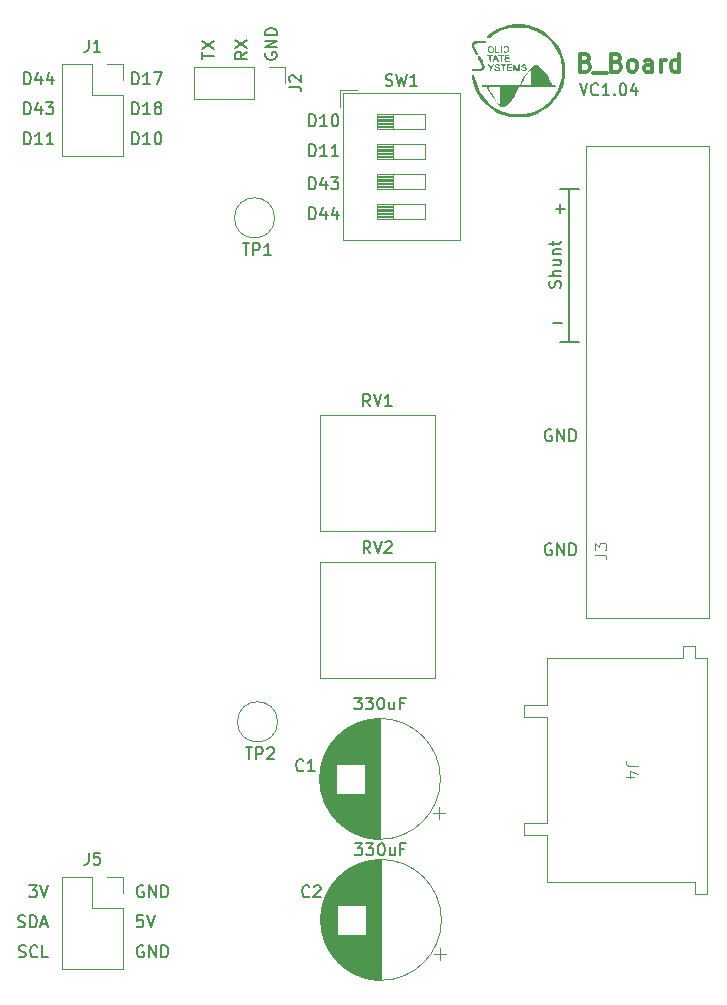
<source format=gbr>
%TF.GenerationSoftware,KiCad,Pcbnew,(7.0.0)*%
%TF.CreationDate,2024-02-23T19:06:02-08:00*%
%TF.ProjectId,Bottom_Board,426f7474-6f6d-45f4-926f-6172642e6b69,0*%
%TF.SameCoordinates,Original*%
%TF.FileFunction,Legend,Top*%
%TF.FilePolarity,Positive*%
%FSLAX46Y46*%
G04 Gerber Fmt 4.6, Leading zero omitted, Abs format (unit mm)*
G04 Created by KiCad (PCBNEW (7.0.0)) date 2024-02-23 19:06:02*
%MOMM*%
%LPD*%
G01*
G04 APERTURE LIST*
%ADD10C,0.150000*%
%ADD11C,0.300000*%
%ADD12C,0.100000*%
%ADD13C,0.120000*%
G04 APERTURE END LIST*
D10*
X163639500Y-90551000D02*
X161988500Y-90551000D01*
X162814000Y-90551000D02*
X162814000Y-77597000D01*
X163639500Y-77597000D02*
X161988500Y-77597000D01*
X140771714Y-77583380D02*
X140771714Y-76583380D01*
X140771714Y-76583380D02*
X141009809Y-76583380D01*
X141009809Y-76583380D02*
X141152666Y-76631000D01*
X141152666Y-76631000D02*
X141247904Y-76726238D01*
X141247904Y-76726238D02*
X141295523Y-76821476D01*
X141295523Y-76821476D02*
X141343142Y-77011952D01*
X141343142Y-77011952D02*
X141343142Y-77154809D01*
X141343142Y-77154809D02*
X141295523Y-77345285D01*
X141295523Y-77345285D02*
X141247904Y-77440523D01*
X141247904Y-77440523D02*
X141152666Y-77535761D01*
X141152666Y-77535761D02*
X141009809Y-77583380D01*
X141009809Y-77583380D02*
X140771714Y-77583380D01*
X142200285Y-76916714D02*
X142200285Y-77583380D01*
X141962190Y-76535761D02*
X141724095Y-77250047D01*
X141724095Y-77250047D02*
X142343142Y-77250047D01*
X142628857Y-76583380D02*
X143247904Y-76583380D01*
X143247904Y-76583380D02*
X142914571Y-76964333D01*
X142914571Y-76964333D02*
X143057428Y-76964333D01*
X143057428Y-76964333D02*
X143152666Y-77011952D01*
X143152666Y-77011952D02*
X143200285Y-77059571D01*
X143200285Y-77059571D02*
X143247904Y-77154809D01*
X143247904Y-77154809D02*
X143247904Y-77392904D01*
X143247904Y-77392904D02*
X143200285Y-77488142D01*
X143200285Y-77488142D02*
X143152666Y-77535761D01*
X143152666Y-77535761D02*
X143057428Y-77583380D01*
X143057428Y-77583380D02*
X142771714Y-77583380D01*
X142771714Y-77583380D02*
X142676476Y-77535761D01*
X142676476Y-77535761D02*
X142628857Y-77488142D01*
X163671238Y-68632380D02*
X164004571Y-69632380D01*
X164004571Y-69632380D02*
X164337904Y-68632380D01*
X165242666Y-69537142D02*
X165195047Y-69584761D01*
X165195047Y-69584761D02*
X165052190Y-69632380D01*
X165052190Y-69632380D02*
X164956952Y-69632380D01*
X164956952Y-69632380D02*
X164814095Y-69584761D01*
X164814095Y-69584761D02*
X164718857Y-69489523D01*
X164718857Y-69489523D02*
X164671238Y-69394285D01*
X164671238Y-69394285D02*
X164623619Y-69203809D01*
X164623619Y-69203809D02*
X164623619Y-69060952D01*
X164623619Y-69060952D02*
X164671238Y-68870476D01*
X164671238Y-68870476D02*
X164718857Y-68775238D01*
X164718857Y-68775238D02*
X164814095Y-68680000D01*
X164814095Y-68680000D02*
X164956952Y-68632380D01*
X164956952Y-68632380D02*
X165052190Y-68632380D01*
X165052190Y-68632380D02*
X165195047Y-68680000D01*
X165195047Y-68680000D02*
X165242666Y-68727619D01*
X166195047Y-69632380D02*
X165623619Y-69632380D01*
X165909333Y-69632380D02*
X165909333Y-68632380D01*
X165909333Y-68632380D02*
X165814095Y-68775238D01*
X165814095Y-68775238D02*
X165718857Y-68870476D01*
X165718857Y-68870476D02*
X165623619Y-68918095D01*
X166623619Y-69537142D02*
X166671238Y-69584761D01*
X166671238Y-69584761D02*
X166623619Y-69632380D01*
X166623619Y-69632380D02*
X166576000Y-69584761D01*
X166576000Y-69584761D02*
X166623619Y-69537142D01*
X166623619Y-69537142D02*
X166623619Y-69632380D01*
X167290285Y-68632380D02*
X167385523Y-68632380D01*
X167385523Y-68632380D02*
X167480761Y-68680000D01*
X167480761Y-68680000D02*
X167528380Y-68727619D01*
X167528380Y-68727619D02*
X167575999Y-68822857D01*
X167575999Y-68822857D02*
X167623618Y-69013333D01*
X167623618Y-69013333D02*
X167623618Y-69251428D01*
X167623618Y-69251428D02*
X167575999Y-69441904D01*
X167575999Y-69441904D02*
X167528380Y-69537142D01*
X167528380Y-69537142D02*
X167480761Y-69584761D01*
X167480761Y-69584761D02*
X167385523Y-69632380D01*
X167385523Y-69632380D02*
X167290285Y-69632380D01*
X167290285Y-69632380D02*
X167195047Y-69584761D01*
X167195047Y-69584761D02*
X167147428Y-69537142D01*
X167147428Y-69537142D02*
X167099809Y-69441904D01*
X167099809Y-69441904D02*
X167052190Y-69251428D01*
X167052190Y-69251428D02*
X167052190Y-69013333D01*
X167052190Y-69013333D02*
X167099809Y-68822857D01*
X167099809Y-68822857D02*
X167147428Y-68727619D01*
X167147428Y-68727619D02*
X167195047Y-68680000D01*
X167195047Y-68680000D02*
X167290285Y-68632380D01*
X168480761Y-68965714D02*
X168480761Y-69632380D01*
X168242666Y-68584761D02*
X168004571Y-69299047D01*
X168004571Y-69299047D02*
X168623618Y-69299047D01*
X126746095Y-136575000D02*
X126650857Y-136527380D01*
X126650857Y-136527380D02*
X126508000Y-136527380D01*
X126508000Y-136527380D02*
X126365143Y-136575000D01*
X126365143Y-136575000D02*
X126269905Y-136670238D01*
X126269905Y-136670238D02*
X126222286Y-136765476D01*
X126222286Y-136765476D02*
X126174667Y-136955952D01*
X126174667Y-136955952D02*
X126174667Y-137098809D01*
X126174667Y-137098809D02*
X126222286Y-137289285D01*
X126222286Y-137289285D02*
X126269905Y-137384523D01*
X126269905Y-137384523D02*
X126365143Y-137479761D01*
X126365143Y-137479761D02*
X126508000Y-137527380D01*
X126508000Y-137527380D02*
X126603238Y-137527380D01*
X126603238Y-137527380D02*
X126746095Y-137479761D01*
X126746095Y-137479761D02*
X126793714Y-137432142D01*
X126793714Y-137432142D02*
X126793714Y-137098809D01*
X126793714Y-137098809D02*
X126603238Y-137098809D01*
X127222286Y-137527380D02*
X127222286Y-136527380D01*
X127222286Y-136527380D02*
X127793714Y-137527380D01*
X127793714Y-137527380D02*
X127793714Y-136527380D01*
X128269905Y-137527380D02*
X128269905Y-136527380D01*
X128269905Y-136527380D02*
X128508000Y-136527380D01*
X128508000Y-136527380D02*
X128650857Y-136575000D01*
X128650857Y-136575000D02*
X128746095Y-136670238D01*
X128746095Y-136670238D02*
X128793714Y-136765476D01*
X128793714Y-136765476D02*
X128841333Y-136955952D01*
X128841333Y-136955952D02*
X128841333Y-137098809D01*
X128841333Y-137098809D02*
X128793714Y-137289285D01*
X128793714Y-137289285D02*
X128746095Y-137384523D01*
X128746095Y-137384523D02*
X128650857Y-137479761D01*
X128650857Y-137479761D02*
X128508000Y-137527380D01*
X128508000Y-137527380D02*
X128269905Y-137527380D01*
X116189333Y-142559761D02*
X116332190Y-142607380D01*
X116332190Y-142607380D02*
X116570285Y-142607380D01*
X116570285Y-142607380D02*
X116665523Y-142559761D01*
X116665523Y-142559761D02*
X116713142Y-142512142D01*
X116713142Y-142512142D02*
X116760761Y-142416904D01*
X116760761Y-142416904D02*
X116760761Y-142321666D01*
X116760761Y-142321666D02*
X116713142Y-142226428D01*
X116713142Y-142226428D02*
X116665523Y-142178809D01*
X116665523Y-142178809D02*
X116570285Y-142131190D01*
X116570285Y-142131190D02*
X116379809Y-142083571D01*
X116379809Y-142083571D02*
X116284571Y-142035952D01*
X116284571Y-142035952D02*
X116236952Y-141988333D01*
X116236952Y-141988333D02*
X116189333Y-141893095D01*
X116189333Y-141893095D02*
X116189333Y-141797857D01*
X116189333Y-141797857D02*
X116236952Y-141702619D01*
X116236952Y-141702619D02*
X116284571Y-141655000D01*
X116284571Y-141655000D02*
X116379809Y-141607380D01*
X116379809Y-141607380D02*
X116617904Y-141607380D01*
X116617904Y-141607380D02*
X116760761Y-141655000D01*
X117760761Y-142512142D02*
X117713142Y-142559761D01*
X117713142Y-142559761D02*
X117570285Y-142607380D01*
X117570285Y-142607380D02*
X117475047Y-142607380D01*
X117475047Y-142607380D02*
X117332190Y-142559761D01*
X117332190Y-142559761D02*
X117236952Y-142464523D01*
X117236952Y-142464523D02*
X117189333Y-142369285D01*
X117189333Y-142369285D02*
X117141714Y-142178809D01*
X117141714Y-142178809D02*
X117141714Y-142035952D01*
X117141714Y-142035952D02*
X117189333Y-141845476D01*
X117189333Y-141845476D02*
X117236952Y-141750238D01*
X117236952Y-141750238D02*
X117332190Y-141655000D01*
X117332190Y-141655000D02*
X117475047Y-141607380D01*
X117475047Y-141607380D02*
X117570285Y-141607380D01*
X117570285Y-141607380D02*
X117713142Y-141655000D01*
X117713142Y-141655000D02*
X117760761Y-141702619D01*
X118665523Y-142607380D02*
X118189333Y-142607380D01*
X118189333Y-142607380D02*
X118189333Y-141607380D01*
X116141714Y-140019761D02*
X116284571Y-140067380D01*
X116284571Y-140067380D02*
X116522666Y-140067380D01*
X116522666Y-140067380D02*
X116617904Y-140019761D01*
X116617904Y-140019761D02*
X116665523Y-139972142D01*
X116665523Y-139972142D02*
X116713142Y-139876904D01*
X116713142Y-139876904D02*
X116713142Y-139781666D01*
X116713142Y-139781666D02*
X116665523Y-139686428D01*
X116665523Y-139686428D02*
X116617904Y-139638809D01*
X116617904Y-139638809D02*
X116522666Y-139591190D01*
X116522666Y-139591190D02*
X116332190Y-139543571D01*
X116332190Y-139543571D02*
X116236952Y-139495952D01*
X116236952Y-139495952D02*
X116189333Y-139448333D01*
X116189333Y-139448333D02*
X116141714Y-139353095D01*
X116141714Y-139353095D02*
X116141714Y-139257857D01*
X116141714Y-139257857D02*
X116189333Y-139162619D01*
X116189333Y-139162619D02*
X116236952Y-139115000D01*
X116236952Y-139115000D02*
X116332190Y-139067380D01*
X116332190Y-139067380D02*
X116570285Y-139067380D01*
X116570285Y-139067380D02*
X116713142Y-139115000D01*
X117141714Y-140067380D02*
X117141714Y-139067380D01*
X117141714Y-139067380D02*
X117379809Y-139067380D01*
X117379809Y-139067380D02*
X117522666Y-139115000D01*
X117522666Y-139115000D02*
X117617904Y-139210238D01*
X117617904Y-139210238D02*
X117665523Y-139305476D01*
X117665523Y-139305476D02*
X117713142Y-139495952D01*
X117713142Y-139495952D02*
X117713142Y-139638809D01*
X117713142Y-139638809D02*
X117665523Y-139829285D01*
X117665523Y-139829285D02*
X117617904Y-139924523D01*
X117617904Y-139924523D02*
X117522666Y-140019761D01*
X117522666Y-140019761D02*
X117379809Y-140067380D01*
X117379809Y-140067380D02*
X117141714Y-140067380D01*
X118094095Y-139781666D02*
X118570285Y-139781666D01*
X117998857Y-140067380D02*
X118332190Y-139067380D01*
X118332190Y-139067380D02*
X118665523Y-140067380D01*
X125785714Y-73773380D02*
X125785714Y-72773380D01*
X125785714Y-72773380D02*
X126023809Y-72773380D01*
X126023809Y-72773380D02*
X126166666Y-72821000D01*
X126166666Y-72821000D02*
X126261904Y-72916238D01*
X126261904Y-72916238D02*
X126309523Y-73011476D01*
X126309523Y-73011476D02*
X126357142Y-73201952D01*
X126357142Y-73201952D02*
X126357142Y-73344809D01*
X126357142Y-73344809D02*
X126309523Y-73535285D01*
X126309523Y-73535285D02*
X126261904Y-73630523D01*
X126261904Y-73630523D02*
X126166666Y-73725761D01*
X126166666Y-73725761D02*
X126023809Y-73773380D01*
X126023809Y-73773380D02*
X125785714Y-73773380D01*
X127309523Y-73773380D02*
X126738095Y-73773380D01*
X127023809Y-73773380D02*
X127023809Y-72773380D01*
X127023809Y-72773380D02*
X126928571Y-72916238D01*
X126928571Y-72916238D02*
X126833333Y-73011476D01*
X126833333Y-73011476D02*
X126738095Y-73059095D01*
X127928571Y-72773380D02*
X128023809Y-72773380D01*
X128023809Y-72773380D02*
X128119047Y-72821000D01*
X128119047Y-72821000D02*
X128166666Y-72868619D01*
X128166666Y-72868619D02*
X128214285Y-72963857D01*
X128214285Y-72963857D02*
X128261904Y-73154333D01*
X128261904Y-73154333D02*
X128261904Y-73392428D01*
X128261904Y-73392428D02*
X128214285Y-73582904D01*
X128214285Y-73582904D02*
X128166666Y-73678142D01*
X128166666Y-73678142D02*
X128119047Y-73725761D01*
X128119047Y-73725761D02*
X128023809Y-73773380D01*
X128023809Y-73773380D02*
X127928571Y-73773380D01*
X127928571Y-73773380D02*
X127833333Y-73725761D01*
X127833333Y-73725761D02*
X127785714Y-73678142D01*
X127785714Y-73678142D02*
X127738095Y-73582904D01*
X127738095Y-73582904D02*
X127690476Y-73392428D01*
X127690476Y-73392428D02*
X127690476Y-73154333D01*
X127690476Y-73154333D02*
X127738095Y-72963857D01*
X127738095Y-72963857D02*
X127785714Y-72868619D01*
X127785714Y-72868619D02*
X127833333Y-72821000D01*
X127833333Y-72821000D02*
X127928571Y-72773380D01*
X126698476Y-139067380D02*
X126222286Y-139067380D01*
X126222286Y-139067380D02*
X126174667Y-139543571D01*
X126174667Y-139543571D02*
X126222286Y-139495952D01*
X126222286Y-139495952D02*
X126317524Y-139448333D01*
X126317524Y-139448333D02*
X126555619Y-139448333D01*
X126555619Y-139448333D02*
X126650857Y-139495952D01*
X126650857Y-139495952D02*
X126698476Y-139543571D01*
X126698476Y-139543571D02*
X126746095Y-139638809D01*
X126746095Y-139638809D02*
X126746095Y-139876904D01*
X126746095Y-139876904D02*
X126698476Y-139972142D01*
X126698476Y-139972142D02*
X126650857Y-140019761D01*
X126650857Y-140019761D02*
X126555619Y-140067380D01*
X126555619Y-140067380D02*
X126317524Y-140067380D01*
X126317524Y-140067380D02*
X126222286Y-140019761D01*
X126222286Y-140019761D02*
X126174667Y-139972142D01*
X127031810Y-139067380D02*
X127365143Y-140067380D01*
X127365143Y-140067380D02*
X127698476Y-139067380D01*
D11*
X164179142Y-66832857D02*
X164393428Y-66904285D01*
X164393428Y-66904285D02*
X164464857Y-66975714D01*
X164464857Y-66975714D02*
X164536285Y-67118571D01*
X164536285Y-67118571D02*
X164536285Y-67332857D01*
X164536285Y-67332857D02*
X164464857Y-67475714D01*
X164464857Y-67475714D02*
X164393428Y-67547142D01*
X164393428Y-67547142D02*
X164250571Y-67618571D01*
X164250571Y-67618571D02*
X163679142Y-67618571D01*
X163679142Y-67618571D02*
X163679142Y-66118571D01*
X163679142Y-66118571D02*
X164179142Y-66118571D01*
X164179142Y-66118571D02*
X164322000Y-66190000D01*
X164322000Y-66190000D02*
X164393428Y-66261428D01*
X164393428Y-66261428D02*
X164464857Y-66404285D01*
X164464857Y-66404285D02*
X164464857Y-66547142D01*
X164464857Y-66547142D02*
X164393428Y-66690000D01*
X164393428Y-66690000D02*
X164322000Y-66761428D01*
X164322000Y-66761428D02*
X164179142Y-66832857D01*
X164179142Y-66832857D02*
X163679142Y-66832857D01*
X164822000Y-67761428D02*
X165964857Y-67761428D01*
X166821999Y-66832857D02*
X167036285Y-66904285D01*
X167036285Y-66904285D02*
X167107714Y-66975714D01*
X167107714Y-66975714D02*
X167179142Y-67118571D01*
X167179142Y-67118571D02*
X167179142Y-67332857D01*
X167179142Y-67332857D02*
X167107714Y-67475714D01*
X167107714Y-67475714D02*
X167036285Y-67547142D01*
X167036285Y-67547142D02*
X166893428Y-67618571D01*
X166893428Y-67618571D02*
X166321999Y-67618571D01*
X166321999Y-67618571D02*
X166321999Y-66118571D01*
X166321999Y-66118571D02*
X166821999Y-66118571D01*
X166821999Y-66118571D02*
X166964857Y-66190000D01*
X166964857Y-66190000D02*
X167036285Y-66261428D01*
X167036285Y-66261428D02*
X167107714Y-66404285D01*
X167107714Y-66404285D02*
X167107714Y-66547142D01*
X167107714Y-66547142D02*
X167036285Y-66690000D01*
X167036285Y-66690000D02*
X166964857Y-66761428D01*
X166964857Y-66761428D02*
X166821999Y-66832857D01*
X166821999Y-66832857D02*
X166321999Y-66832857D01*
X168036285Y-67618571D02*
X167893428Y-67547142D01*
X167893428Y-67547142D02*
X167821999Y-67475714D01*
X167821999Y-67475714D02*
X167750571Y-67332857D01*
X167750571Y-67332857D02*
X167750571Y-66904285D01*
X167750571Y-66904285D02*
X167821999Y-66761428D01*
X167821999Y-66761428D02*
X167893428Y-66690000D01*
X167893428Y-66690000D02*
X168036285Y-66618571D01*
X168036285Y-66618571D02*
X168250571Y-66618571D01*
X168250571Y-66618571D02*
X168393428Y-66690000D01*
X168393428Y-66690000D02*
X168464857Y-66761428D01*
X168464857Y-66761428D02*
X168536285Y-66904285D01*
X168536285Y-66904285D02*
X168536285Y-67332857D01*
X168536285Y-67332857D02*
X168464857Y-67475714D01*
X168464857Y-67475714D02*
X168393428Y-67547142D01*
X168393428Y-67547142D02*
X168250571Y-67618571D01*
X168250571Y-67618571D02*
X168036285Y-67618571D01*
X169822000Y-67618571D02*
X169822000Y-66832857D01*
X169822000Y-66832857D02*
X169750571Y-66690000D01*
X169750571Y-66690000D02*
X169607714Y-66618571D01*
X169607714Y-66618571D02*
X169322000Y-66618571D01*
X169322000Y-66618571D02*
X169179142Y-66690000D01*
X169822000Y-67547142D02*
X169679142Y-67618571D01*
X169679142Y-67618571D02*
X169322000Y-67618571D01*
X169322000Y-67618571D02*
X169179142Y-67547142D01*
X169179142Y-67547142D02*
X169107714Y-67404285D01*
X169107714Y-67404285D02*
X169107714Y-67261428D01*
X169107714Y-67261428D02*
X169179142Y-67118571D01*
X169179142Y-67118571D02*
X169322000Y-67047142D01*
X169322000Y-67047142D02*
X169679142Y-67047142D01*
X169679142Y-67047142D02*
X169822000Y-66975714D01*
X170536285Y-67618571D02*
X170536285Y-66618571D01*
X170536285Y-66904285D02*
X170607714Y-66761428D01*
X170607714Y-66761428D02*
X170679143Y-66690000D01*
X170679143Y-66690000D02*
X170822000Y-66618571D01*
X170822000Y-66618571D02*
X170964857Y-66618571D01*
X172107714Y-67618571D02*
X172107714Y-66118571D01*
X172107714Y-67547142D02*
X171964856Y-67618571D01*
X171964856Y-67618571D02*
X171679142Y-67618571D01*
X171679142Y-67618571D02*
X171536285Y-67547142D01*
X171536285Y-67547142D02*
X171464856Y-67475714D01*
X171464856Y-67475714D02*
X171393428Y-67332857D01*
X171393428Y-67332857D02*
X171393428Y-66904285D01*
X171393428Y-66904285D02*
X171464856Y-66761428D01*
X171464856Y-66761428D02*
X171536285Y-66690000D01*
X171536285Y-66690000D02*
X171679142Y-66618571D01*
X171679142Y-66618571D02*
X171964856Y-66618571D01*
X171964856Y-66618571D02*
X172107714Y-66690000D01*
D10*
X161290095Y-107619000D02*
X161194857Y-107571380D01*
X161194857Y-107571380D02*
X161052000Y-107571380D01*
X161052000Y-107571380D02*
X160909143Y-107619000D01*
X160909143Y-107619000D02*
X160813905Y-107714238D01*
X160813905Y-107714238D02*
X160766286Y-107809476D01*
X160766286Y-107809476D02*
X160718667Y-107999952D01*
X160718667Y-107999952D02*
X160718667Y-108142809D01*
X160718667Y-108142809D02*
X160766286Y-108333285D01*
X160766286Y-108333285D02*
X160813905Y-108428523D01*
X160813905Y-108428523D02*
X160909143Y-108523761D01*
X160909143Y-108523761D02*
X161052000Y-108571380D01*
X161052000Y-108571380D02*
X161147238Y-108571380D01*
X161147238Y-108571380D02*
X161290095Y-108523761D01*
X161290095Y-108523761D02*
X161337714Y-108476142D01*
X161337714Y-108476142D02*
X161337714Y-108142809D01*
X161337714Y-108142809D02*
X161147238Y-108142809D01*
X161766286Y-108571380D02*
X161766286Y-107571380D01*
X161766286Y-107571380D02*
X162337714Y-108571380D01*
X162337714Y-108571380D02*
X162337714Y-107571380D01*
X162813905Y-108571380D02*
X162813905Y-107571380D01*
X162813905Y-107571380D02*
X163052000Y-107571380D01*
X163052000Y-107571380D02*
X163194857Y-107619000D01*
X163194857Y-107619000D02*
X163290095Y-107714238D01*
X163290095Y-107714238D02*
X163337714Y-107809476D01*
X163337714Y-107809476D02*
X163385333Y-107999952D01*
X163385333Y-107999952D02*
X163385333Y-108142809D01*
X163385333Y-108142809D02*
X163337714Y-108333285D01*
X163337714Y-108333285D02*
X163290095Y-108428523D01*
X163290095Y-108428523D02*
X163194857Y-108523761D01*
X163194857Y-108523761D02*
X163052000Y-108571380D01*
X163052000Y-108571380D02*
X162813905Y-108571380D01*
X161290095Y-97967000D02*
X161194857Y-97919380D01*
X161194857Y-97919380D02*
X161052000Y-97919380D01*
X161052000Y-97919380D02*
X160909143Y-97967000D01*
X160909143Y-97967000D02*
X160813905Y-98062238D01*
X160813905Y-98062238D02*
X160766286Y-98157476D01*
X160766286Y-98157476D02*
X160718667Y-98347952D01*
X160718667Y-98347952D02*
X160718667Y-98490809D01*
X160718667Y-98490809D02*
X160766286Y-98681285D01*
X160766286Y-98681285D02*
X160813905Y-98776523D01*
X160813905Y-98776523D02*
X160909143Y-98871761D01*
X160909143Y-98871761D02*
X161052000Y-98919380D01*
X161052000Y-98919380D02*
X161147238Y-98919380D01*
X161147238Y-98919380D02*
X161290095Y-98871761D01*
X161290095Y-98871761D02*
X161337714Y-98824142D01*
X161337714Y-98824142D02*
X161337714Y-98490809D01*
X161337714Y-98490809D02*
X161147238Y-98490809D01*
X161766286Y-98919380D02*
X161766286Y-97919380D01*
X161766286Y-97919380D02*
X162337714Y-98919380D01*
X162337714Y-98919380D02*
X162337714Y-97919380D01*
X162813905Y-98919380D02*
X162813905Y-97919380D01*
X162813905Y-97919380D02*
X163052000Y-97919380D01*
X163052000Y-97919380D02*
X163194857Y-97967000D01*
X163194857Y-97967000D02*
X163290095Y-98062238D01*
X163290095Y-98062238D02*
X163337714Y-98157476D01*
X163337714Y-98157476D02*
X163385333Y-98347952D01*
X163385333Y-98347952D02*
X163385333Y-98490809D01*
X163385333Y-98490809D02*
X163337714Y-98681285D01*
X163337714Y-98681285D02*
X163290095Y-98776523D01*
X163290095Y-98776523D02*
X163194857Y-98871761D01*
X163194857Y-98871761D02*
X163052000Y-98919380D01*
X163052000Y-98919380D02*
X162813905Y-98919380D01*
X125785714Y-68693380D02*
X125785714Y-67693380D01*
X125785714Y-67693380D02*
X126023809Y-67693380D01*
X126023809Y-67693380D02*
X126166666Y-67741000D01*
X126166666Y-67741000D02*
X126261904Y-67836238D01*
X126261904Y-67836238D02*
X126309523Y-67931476D01*
X126309523Y-67931476D02*
X126357142Y-68121952D01*
X126357142Y-68121952D02*
X126357142Y-68264809D01*
X126357142Y-68264809D02*
X126309523Y-68455285D01*
X126309523Y-68455285D02*
X126261904Y-68550523D01*
X126261904Y-68550523D02*
X126166666Y-68645761D01*
X126166666Y-68645761D02*
X126023809Y-68693380D01*
X126023809Y-68693380D02*
X125785714Y-68693380D01*
X127309523Y-68693380D02*
X126738095Y-68693380D01*
X127023809Y-68693380D02*
X127023809Y-67693380D01*
X127023809Y-67693380D02*
X126928571Y-67836238D01*
X126928571Y-67836238D02*
X126833333Y-67931476D01*
X126833333Y-67931476D02*
X126738095Y-67979095D01*
X127642857Y-67693380D02*
X128309523Y-67693380D01*
X128309523Y-67693380D02*
X127880952Y-68693380D01*
X116641714Y-71233380D02*
X116641714Y-70233380D01*
X116641714Y-70233380D02*
X116879809Y-70233380D01*
X116879809Y-70233380D02*
X117022666Y-70281000D01*
X117022666Y-70281000D02*
X117117904Y-70376238D01*
X117117904Y-70376238D02*
X117165523Y-70471476D01*
X117165523Y-70471476D02*
X117213142Y-70661952D01*
X117213142Y-70661952D02*
X117213142Y-70804809D01*
X117213142Y-70804809D02*
X117165523Y-70995285D01*
X117165523Y-70995285D02*
X117117904Y-71090523D01*
X117117904Y-71090523D02*
X117022666Y-71185761D01*
X117022666Y-71185761D02*
X116879809Y-71233380D01*
X116879809Y-71233380D02*
X116641714Y-71233380D01*
X118070285Y-70566714D02*
X118070285Y-71233380D01*
X117832190Y-70185761D02*
X117594095Y-70900047D01*
X117594095Y-70900047D02*
X118213142Y-70900047D01*
X118498857Y-70233380D02*
X119117904Y-70233380D01*
X119117904Y-70233380D02*
X118784571Y-70614333D01*
X118784571Y-70614333D02*
X118927428Y-70614333D01*
X118927428Y-70614333D02*
X119022666Y-70661952D01*
X119022666Y-70661952D02*
X119070285Y-70709571D01*
X119070285Y-70709571D02*
X119117904Y-70804809D01*
X119117904Y-70804809D02*
X119117904Y-71042904D01*
X119117904Y-71042904D02*
X119070285Y-71138142D01*
X119070285Y-71138142D02*
X119022666Y-71185761D01*
X119022666Y-71185761D02*
X118927428Y-71233380D01*
X118927428Y-71233380D02*
X118641714Y-71233380D01*
X118641714Y-71233380D02*
X118546476Y-71185761D01*
X118546476Y-71185761D02*
X118498857Y-71138142D01*
X162040761Y-85915523D02*
X162088380Y-85772666D01*
X162088380Y-85772666D02*
X162088380Y-85534571D01*
X162088380Y-85534571D02*
X162040761Y-85439333D01*
X162040761Y-85439333D02*
X161993142Y-85391714D01*
X161993142Y-85391714D02*
X161897904Y-85344095D01*
X161897904Y-85344095D02*
X161802666Y-85344095D01*
X161802666Y-85344095D02*
X161707428Y-85391714D01*
X161707428Y-85391714D02*
X161659809Y-85439333D01*
X161659809Y-85439333D02*
X161612190Y-85534571D01*
X161612190Y-85534571D02*
X161564571Y-85725047D01*
X161564571Y-85725047D02*
X161516952Y-85820285D01*
X161516952Y-85820285D02*
X161469333Y-85867904D01*
X161469333Y-85867904D02*
X161374095Y-85915523D01*
X161374095Y-85915523D02*
X161278857Y-85915523D01*
X161278857Y-85915523D02*
X161183619Y-85867904D01*
X161183619Y-85867904D02*
X161136000Y-85820285D01*
X161136000Y-85820285D02*
X161088380Y-85725047D01*
X161088380Y-85725047D02*
X161088380Y-85486952D01*
X161088380Y-85486952D02*
X161136000Y-85344095D01*
X162088380Y-84915523D02*
X161088380Y-84915523D01*
X162088380Y-84486952D02*
X161564571Y-84486952D01*
X161564571Y-84486952D02*
X161469333Y-84534571D01*
X161469333Y-84534571D02*
X161421714Y-84629809D01*
X161421714Y-84629809D02*
X161421714Y-84772666D01*
X161421714Y-84772666D02*
X161469333Y-84867904D01*
X161469333Y-84867904D02*
X161516952Y-84915523D01*
X161421714Y-83582190D02*
X162088380Y-83582190D01*
X161421714Y-84010761D02*
X161945523Y-84010761D01*
X161945523Y-84010761D02*
X162040761Y-83963142D01*
X162040761Y-83963142D02*
X162088380Y-83867904D01*
X162088380Y-83867904D02*
X162088380Y-83725047D01*
X162088380Y-83725047D02*
X162040761Y-83629809D01*
X162040761Y-83629809D02*
X161993142Y-83582190D01*
X161421714Y-83105999D02*
X162088380Y-83105999D01*
X161516952Y-83105999D02*
X161469333Y-83058380D01*
X161469333Y-83058380D02*
X161421714Y-82963142D01*
X161421714Y-82963142D02*
X161421714Y-82820285D01*
X161421714Y-82820285D02*
X161469333Y-82725047D01*
X161469333Y-82725047D02*
X161564571Y-82677428D01*
X161564571Y-82677428D02*
X162088380Y-82677428D01*
X161421714Y-82344094D02*
X161421714Y-81963142D01*
X161088380Y-82201237D02*
X161945523Y-82201237D01*
X161945523Y-82201237D02*
X162040761Y-82153618D01*
X162040761Y-82153618D02*
X162088380Y-82058380D01*
X162088380Y-82058380D02*
X162088380Y-81963142D01*
X116641714Y-73773380D02*
X116641714Y-72773380D01*
X116641714Y-72773380D02*
X116879809Y-72773380D01*
X116879809Y-72773380D02*
X117022666Y-72821000D01*
X117022666Y-72821000D02*
X117117904Y-72916238D01*
X117117904Y-72916238D02*
X117165523Y-73011476D01*
X117165523Y-73011476D02*
X117213142Y-73201952D01*
X117213142Y-73201952D02*
X117213142Y-73344809D01*
X117213142Y-73344809D02*
X117165523Y-73535285D01*
X117165523Y-73535285D02*
X117117904Y-73630523D01*
X117117904Y-73630523D02*
X117022666Y-73725761D01*
X117022666Y-73725761D02*
X116879809Y-73773380D01*
X116879809Y-73773380D02*
X116641714Y-73773380D01*
X118165523Y-73773380D02*
X117594095Y-73773380D01*
X117879809Y-73773380D02*
X117879809Y-72773380D01*
X117879809Y-72773380D02*
X117784571Y-72916238D01*
X117784571Y-72916238D02*
X117689333Y-73011476D01*
X117689333Y-73011476D02*
X117594095Y-73059095D01*
X119117904Y-73773380D02*
X118546476Y-73773380D01*
X118832190Y-73773380D02*
X118832190Y-72773380D01*
X118832190Y-72773380D02*
X118736952Y-72916238D01*
X118736952Y-72916238D02*
X118641714Y-73011476D01*
X118641714Y-73011476D02*
X118546476Y-73059095D01*
X131701380Y-66547904D02*
X131701380Y-65976476D01*
X132701380Y-66262190D02*
X131701380Y-66262190D01*
X131701380Y-65738380D02*
X132701380Y-65071714D01*
X131701380Y-65071714D02*
X132701380Y-65738380D01*
X125785714Y-71233380D02*
X125785714Y-70233380D01*
X125785714Y-70233380D02*
X126023809Y-70233380D01*
X126023809Y-70233380D02*
X126166666Y-70281000D01*
X126166666Y-70281000D02*
X126261904Y-70376238D01*
X126261904Y-70376238D02*
X126309523Y-70471476D01*
X126309523Y-70471476D02*
X126357142Y-70661952D01*
X126357142Y-70661952D02*
X126357142Y-70804809D01*
X126357142Y-70804809D02*
X126309523Y-70995285D01*
X126309523Y-70995285D02*
X126261904Y-71090523D01*
X126261904Y-71090523D02*
X126166666Y-71185761D01*
X126166666Y-71185761D02*
X126023809Y-71233380D01*
X126023809Y-71233380D02*
X125785714Y-71233380D01*
X127309523Y-71233380D02*
X126738095Y-71233380D01*
X127023809Y-71233380D02*
X127023809Y-70233380D01*
X127023809Y-70233380D02*
X126928571Y-70376238D01*
X126928571Y-70376238D02*
X126833333Y-70471476D01*
X126833333Y-70471476D02*
X126738095Y-70519095D01*
X127880952Y-70661952D02*
X127785714Y-70614333D01*
X127785714Y-70614333D02*
X127738095Y-70566714D01*
X127738095Y-70566714D02*
X127690476Y-70471476D01*
X127690476Y-70471476D02*
X127690476Y-70423857D01*
X127690476Y-70423857D02*
X127738095Y-70328619D01*
X127738095Y-70328619D02*
X127785714Y-70281000D01*
X127785714Y-70281000D02*
X127880952Y-70233380D01*
X127880952Y-70233380D02*
X128071428Y-70233380D01*
X128071428Y-70233380D02*
X128166666Y-70281000D01*
X128166666Y-70281000D02*
X128214285Y-70328619D01*
X128214285Y-70328619D02*
X128261904Y-70423857D01*
X128261904Y-70423857D02*
X128261904Y-70471476D01*
X128261904Y-70471476D02*
X128214285Y-70566714D01*
X128214285Y-70566714D02*
X128166666Y-70614333D01*
X128166666Y-70614333D02*
X128071428Y-70661952D01*
X128071428Y-70661952D02*
X127880952Y-70661952D01*
X127880952Y-70661952D02*
X127785714Y-70709571D01*
X127785714Y-70709571D02*
X127738095Y-70757190D01*
X127738095Y-70757190D02*
X127690476Y-70852428D01*
X127690476Y-70852428D02*
X127690476Y-71042904D01*
X127690476Y-71042904D02*
X127738095Y-71138142D01*
X127738095Y-71138142D02*
X127785714Y-71185761D01*
X127785714Y-71185761D02*
X127880952Y-71233380D01*
X127880952Y-71233380D02*
X128071428Y-71233380D01*
X128071428Y-71233380D02*
X128166666Y-71185761D01*
X128166666Y-71185761D02*
X128214285Y-71138142D01*
X128214285Y-71138142D02*
X128261904Y-71042904D01*
X128261904Y-71042904D02*
X128261904Y-70852428D01*
X128261904Y-70852428D02*
X128214285Y-70757190D01*
X128214285Y-70757190D02*
X128166666Y-70709571D01*
X128166666Y-70709571D02*
X128071428Y-70661952D01*
X140771714Y-74789380D02*
X140771714Y-73789380D01*
X140771714Y-73789380D02*
X141009809Y-73789380D01*
X141009809Y-73789380D02*
X141152666Y-73837000D01*
X141152666Y-73837000D02*
X141247904Y-73932238D01*
X141247904Y-73932238D02*
X141295523Y-74027476D01*
X141295523Y-74027476D02*
X141343142Y-74217952D01*
X141343142Y-74217952D02*
X141343142Y-74360809D01*
X141343142Y-74360809D02*
X141295523Y-74551285D01*
X141295523Y-74551285D02*
X141247904Y-74646523D01*
X141247904Y-74646523D02*
X141152666Y-74741761D01*
X141152666Y-74741761D02*
X141009809Y-74789380D01*
X141009809Y-74789380D02*
X140771714Y-74789380D01*
X142295523Y-74789380D02*
X141724095Y-74789380D01*
X142009809Y-74789380D02*
X142009809Y-73789380D01*
X142009809Y-73789380D02*
X141914571Y-73932238D01*
X141914571Y-73932238D02*
X141819333Y-74027476D01*
X141819333Y-74027476D02*
X141724095Y-74075095D01*
X143247904Y-74789380D02*
X142676476Y-74789380D01*
X142962190Y-74789380D02*
X142962190Y-73789380D01*
X142962190Y-73789380D02*
X142866952Y-73932238D01*
X142866952Y-73932238D02*
X142771714Y-74027476D01*
X142771714Y-74027476D02*
X142676476Y-74075095D01*
X140771714Y-72249380D02*
X140771714Y-71249380D01*
X140771714Y-71249380D02*
X141009809Y-71249380D01*
X141009809Y-71249380D02*
X141152666Y-71297000D01*
X141152666Y-71297000D02*
X141247904Y-71392238D01*
X141247904Y-71392238D02*
X141295523Y-71487476D01*
X141295523Y-71487476D02*
X141343142Y-71677952D01*
X141343142Y-71677952D02*
X141343142Y-71820809D01*
X141343142Y-71820809D02*
X141295523Y-72011285D01*
X141295523Y-72011285D02*
X141247904Y-72106523D01*
X141247904Y-72106523D02*
X141152666Y-72201761D01*
X141152666Y-72201761D02*
X141009809Y-72249380D01*
X141009809Y-72249380D02*
X140771714Y-72249380D01*
X142295523Y-72249380D02*
X141724095Y-72249380D01*
X142009809Y-72249380D02*
X142009809Y-71249380D01*
X142009809Y-71249380D02*
X141914571Y-71392238D01*
X141914571Y-71392238D02*
X141819333Y-71487476D01*
X141819333Y-71487476D02*
X141724095Y-71535095D01*
X142914571Y-71249380D02*
X143009809Y-71249380D01*
X143009809Y-71249380D02*
X143105047Y-71297000D01*
X143105047Y-71297000D02*
X143152666Y-71344619D01*
X143152666Y-71344619D02*
X143200285Y-71439857D01*
X143200285Y-71439857D02*
X143247904Y-71630333D01*
X143247904Y-71630333D02*
X143247904Y-71868428D01*
X143247904Y-71868428D02*
X143200285Y-72058904D01*
X143200285Y-72058904D02*
X143152666Y-72154142D01*
X143152666Y-72154142D02*
X143105047Y-72201761D01*
X143105047Y-72201761D02*
X143009809Y-72249380D01*
X143009809Y-72249380D02*
X142914571Y-72249380D01*
X142914571Y-72249380D02*
X142819333Y-72201761D01*
X142819333Y-72201761D02*
X142771714Y-72154142D01*
X142771714Y-72154142D02*
X142724095Y-72058904D01*
X142724095Y-72058904D02*
X142676476Y-71868428D01*
X142676476Y-71868428D02*
X142676476Y-71630333D01*
X142676476Y-71630333D02*
X142724095Y-71439857D01*
X142724095Y-71439857D02*
X142771714Y-71344619D01*
X142771714Y-71344619D02*
X142819333Y-71297000D01*
X142819333Y-71297000D02*
X142914571Y-71249380D01*
X126746095Y-141655000D02*
X126650857Y-141607380D01*
X126650857Y-141607380D02*
X126508000Y-141607380D01*
X126508000Y-141607380D02*
X126365143Y-141655000D01*
X126365143Y-141655000D02*
X126269905Y-141750238D01*
X126269905Y-141750238D02*
X126222286Y-141845476D01*
X126222286Y-141845476D02*
X126174667Y-142035952D01*
X126174667Y-142035952D02*
X126174667Y-142178809D01*
X126174667Y-142178809D02*
X126222286Y-142369285D01*
X126222286Y-142369285D02*
X126269905Y-142464523D01*
X126269905Y-142464523D02*
X126365143Y-142559761D01*
X126365143Y-142559761D02*
X126508000Y-142607380D01*
X126508000Y-142607380D02*
X126603238Y-142607380D01*
X126603238Y-142607380D02*
X126746095Y-142559761D01*
X126746095Y-142559761D02*
X126793714Y-142512142D01*
X126793714Y-142512142D02*
X126793714Y-142178809D01*
X126793714Y-142178809D02*
X126603238Y-142178809D01*
X127222286Y-142607380D02*
X127222286Y-141607380D01*
X127222286Y-141607380D02*
X127793714Y-142607380D01*
X127793714Y-142607380D02*
X127793714Y-141607380D01*
X128269905Y-142607380D02*
X128269905Y-141607380D01*
X128269905Y-141607380D02*
X128508000Y-141607380D01*
X128508000Y-141607380D02*
X128650857Y-141655000D01*
X128650857Y-141655000D02*
X128746095Y-141750238D01*
X128746095Y-141750238D02*
X128793714Y-141845476D01*
X128793714Y-141845476D02*
X128841333Y-142035952D01*
X128841333Y-142035952D02*
X128841333Y-142178809D01*
X128841333Y-142178809D02*
X128793714Y-142369285D01*
X128793714Y-142369285D02*
X128746095Y-142464523D01*
X128746095Y-142464523D02*
X128650857Y-142559761D01*
X128650857Y-142559761D02*
X128508000Y-142607380D01*
X128508000Y-142607380D02*
X128269905Y-142607380D01*
X117094095Y-136527380D02*
X117713142Y-136527380D01*
X117713142Y-136527380D02*
X117379809Y-136908333D01*
X117379809Y-136908333D02*
X117522666Y-136908333D01*
X117522666Y-136908333D02*
X117617904Y-136955952D01*
X117617904Y-136955952D02*
X117665523Y-137003571D01*
X117665523Y-137003571D02*
X117713142Y-137098809D01*
X117713142Y-137098809D02*
X117713142Y-137336904D01*
X117713142Y-137336904D02*
X117665523Y-137432142D01*
X117665523Y-137432142D02*
X117617904Y-137479761D01*
X117617904Y-137479761D02*
X117522666Y-137527380D01*
X117522666Y-137527380D02*
X117236952Y-137527380D01*
X117236952Y-137527380D02*
X117141714Y-137479761D01*
X117141714Y-137479761D02*
X117094095Y-137432142D01*
X117998857Y-136527380D02*
X118332190Y-137527380D01*
X118332190Y-137527380D02*
X118665523Y-136527380D01*
X135495380Y-65952666D02*
X135019190Y-66285999D01*
X135495380Y-66524094D02*
X134495380Y-66524094D01*
X134495380Y-66524094D02*
X134495380Y-66143142D01*
X134495380Y-66143142D02*
X134543000Y-66047904D01*
X134543000Y-66047904D02*
X134590619Y-66000285D01*
X134590619Y-66000285D02*
X134685857Y-65952666D01*
X134685857Y-65952666D02*
X134828714Y-65952666D01*
X134828714Y-65952666D02*
X134923952Y-66000285D01*
X134923952Y-66000285D02*
X134971571Y-66047904D01*
X134971571Y-66047904D02*
X135019190Y-66143142D01*
X135019190Y-66143142D02*
X135019190Y-66524094D01*
X134495380Y-65619332D02*
X135495380Y-64952666D01*
X134495380Y-64952666D02*
X135495380Y-65619332D01*
X137083000Y-66039904D02*
X137035380Y-66135142D01*
X137035380Y-66135142D02*
X137035380Y-66277999D01*
X137035380Y-66277999D02*
X137083000Y-66420856D01*
X137083000Y-66420856D02*
X137178238Y-66516094D01*
X137178238Y-66516094D02*
X137273476Y-66563713D01*
X137273476Y-66563713D02*
X137463952Y-66611332D01*
X137463952Y-66611332D02*
X137606809Y-66611332D01*
X137606809Y-66611332D02*
X137797285Y-66563713D01*
X137797285Y-66563713D02*
X137892523Y-66516094D01*
X137892523Y-66516094D02*
X137987761Y-66420856D01*
X137987761Y-66420856D02*
X138035380Y-66277999D01*
X138035380Y-66277999D02*
X138035380Y-66182761D01*
X138035380Y-66182761D02*
X137987761Y-66039904D01*
X137987761Y-66039904D02*
X137940142Y-65992285D01*
X137940142Y-65992285D02*
X137606809Y-65992285D01*
X137606809Y-65992285D02*
X137606809Y-66182761D01*
X138035380Y-65563713D02*
X137035380Y-65563713D01*
X137035380Y-65563713D02*
X138035380Y-64992285D01*
X138035380Y-64992285D02*
X137035380Y-64992285D01*
X138035380Y-64516094D02*
X137035380Y-64516094D01*
X137035380Y-64516094D02*
X137035380Y-64277999D01*
X137035380Y-64277999D02*
X137083000Y-64135142D01*
X137083000Y-64135142D02*
X137178238Y-64039904D01*
X137178238Y-64039904D02*
X137273476Y-63992285D01*
X137273476Y-63992285D02*
X137463952Y-63944666D01*
X137463952Y-63944666D02*
X137606809Y-63944666D01*
X137606809Y-63944666D02*
X137797285Y-63992285D01*
X137797285Y-63992285D02*
X137892523Y-64039904D01*
X137892523Y-64039904D02*
X137987761Y-64135142D01*
X137987761Y-64135142D02*
X138035380Y-64277999D01*
X138035380Y-64277999D02*
X138035380Y-64516094D01*
X140771714Y-80123380D02*
X140771714Y-79123380D01*
X140771714Y-79123380D02*
X141009809Y-79123380D01*
X141009809Y-79123380D02*
X141152666Y-79171000D01*
X141152666Y-79171000D02*
X141247904Y-79266238D01*
X141247904Y-79266238D02*
X141295523Y-79361476D01*
X141295523Y-79361476D02*
X141343142Y-79551952D01*
X141343142Y-79551952D02*
X141343142Y-79694809D01*
X141343142Y-79694809D02*
X141295523Y-79885285D01*
X141295523Y-79885285D02*
X141247904Y-79980523D01*
X141247904Y-79980523D02*
X141152666Y-80075761D01*
X141152666Y-80075761D02*
X141009809Y-80123380D01*
X141009809Y-80123380D02*
X140771714Y-80123380D01*
X142200285Y-79456714D02*
X142200285Y-80123380D01*
X141962190Y-79075761D02*
X141724095Y-79790047D01*
X141724095Y-79790047D02*
X142343142Y-79790047D01*
X143152666Y-79456714D02*
X143152666Y-80123380D01*
X142914571Y-79075761D02*
X142676476Y-79790047D01*
X142676476Y-79790047D02*
X143295523Y-79790047D01*
X161671048Y-79234428D02*
X162432953Y-79234428D01*
X162052000Y-79615380D02*
X162052000Y-78853476D01*
X116641714Y-68693380D02*
X116641714Y-67693380D01*
X116641714Y-67693380D02*
X116879809Y-67693380D01*
X116879809Y-67693380D02*
X117022666Y-67741000D01*
X117022666Y-67741000D02*
X117117904Y-67836238D01*
X117117904Y-67836238D02*
X117165523Y-67931476D01*
X117165523Y-67931476D02*
X117213142Y-68121952D01*
X117213142Y-68121952D02*
X117213142Y-68264809D01*
X117213142Y-68264809D02*
X117165523Y-68455285D01*
X117165523Y-68455285D02*
X117117904Y-68550523D01*
X117117904Y-68550523D02*
X117022666Y-68645761D01*
X117022666Y-68645761D02*
X116879809Y-68693380D01*
X116879809Y-68693380D02*
X116641714Y-68693380D01*
X118070285Y-68026714D02*
X118070285Y-68693380D01*
X117832190Y-67645761D02*
X117594095Y-68360047D01*
X117594095Y-68360047D02*
X118213142Y-68360047D01*
X119022666Y-68026714D02*
X119022666Y-68693380D01*
X118784571Y-67645761D02*
X118546476Y-68360047D01*
X118546476Y-68360047D02*
X119165523Y-68360047D01*
X161417048Y-88886428D02*
X162178953Y-88886428D01*
%TO.C,J1*%
X122094666Y-64923380D02*
X122094666Y-65637666D01*
X122094666Y-65637666D02*
X122047047Y-65780523D01*
X122047047Y-65780523D02*
X121951809Y-65875761D01*
X121951809Y-65875761D02*
X121808952Y-65923380D01*
X121808952Y-65923380D02*
X121713714Y-65923380D01*
X123094666Y-65923380D02*
X122523238Y-65923380D01*
X122808952Y-65923380D02*
X122808952Y-64923380D01*
X122808952Y-64923380D02*
X122713714Y-65066238D01*
X122713714Y-65066238D02*
X122618476Y-65161476D01*
X122618476Y-65161476D02*
X122523238Y-65209095D01*
%TO.C,J5*%
X122094666Y-133757380D02*
X122094666Y-134471666D01*
X122094666Y-134471666D02*
X122047047Y-134614523D01*
X122047047Y-134614523D02*
X121951809Y-134709761D01*
X121951809Y-134709761D02*
X121808952Y-134757380D01*
X121808952Y-134757380D02*
X121713714Y-134757380D01*
X123047047Y-133757380D02*
X122570857Y-133757380D01*
X122570857Y-133757380D02*
X122523238Y-134233571D01*
X122523238Y-134233571D02*
X122570857Y-134185952D01*
X122570857Y-134185952D02*
X122666095Y-134138333D01*
X122666095Y-134138333D02*
X122904190Y-134138333D01*
X122904190Y-134138333D02*
X122999428Y-134185952D01*
X122999428Y-134185952D02*
X123047047Y-134233571D01*
X123047047Y-134233571D02*
X123094666Y-134328809D01*
X123094666Y-134328809D02*
X123094666Y-134566904D01*
X123094666Y-134566904D02*
X123047047Y-134662142D01*
X123047047Y-134662142D02*
X122999428Y-134709761D01*
X122999428Y-134709761D02*
X122904190Y-134757380D01*
X122904190Y-134757380D02*
X122666095Y-134757380D01*
X122666095Y-134757380D02*
X122570857Y-134709761D01*
X122570857Y-134709761D02*
X122523238Y-134662142D01*
%TO.C,RV1*%
X145947761Y-95952380D02*
X145614428Y-95476190D01*
X145376333Y-95952380D02*
X145376333Y-94952380D01*
X145376333Y-94952380D02*
X145757285Y-94952380D01*
X145757285Y-94952380D02*
X145852523Y-95000000D01*
X145852523Y-95000000D02*
X145900142Y-95047619D01*
X145900142Y-95047619D02*
X145947761Y-95142857D01*
X145947761Y-95142857D02*
X145947761Y-95285714D01*
X145947761Y-95285714D02*
X145900142Y-95380952D01*
X145900142Y-95380952D02*
X145852523Y-95428571D01*
X145852523Y-95428571D02*
X145757285Y-95476190D01*
X145757285Y-95476190D02*
X145376333Y-95476190D01*
X146233476Y-94952380D02*
X146566809Y-95952380D01*
X146566809Y-95952380D02*
X146900142Y-94952380D01*
X147757285Y-95952380D02*
X147185857Y-95952380D01*
X147471571Y-95952380D02*
X147471571Y-94952380D01*
X147471571Y-94952380D02*
X147376333Y-95095238D01*
X147376333Y-95095238D02*
X147281095Y-95190476D01*
X147281095Y-95190476D02*
X147185857Y-95238095D01*
%TO.C,RV2*%
X145962761Y-108398380D02*
X145629428Y-107922190D01*
X145391333Y-108398380D02*
X145391333Y-107398380D01*
X145391333Y-107398380D02*
X145772285Y-107398380D01*
X145772285Y-107398380D02*
X145867523Y-107446000D01*
X145867523Y-107446000D02*
X145915142Y-107493619D01*
X145915142Y-107493619D02*
X145962761Y-107588857D01*
X145962761Y-107588857D02*
X145962761Y-107731714D01*
X145962761Y-107731714D02*
X145915142Y-107826952D01*
X145915142Y-107826952D02*
X145867523Y-107874571D01*
X145867523Y-107874571D02*
X145772285Y-107922190D01*
X145772285Y-107922190D02*
X145391333Y-107922190D01*
X146248476Y-107398380D02*
X146581809Y-108398380D01*
X146581809Y-108398380D02*
X146915142Y-107398380D01*
X147200857Y-107493619D02*
X147248476Y-107446000D01*
X147248476Y-107446000D02*
X147343714Y-107398380D01*
X147343714Y-107398380D02*
X147581809Y-107398380D01*
X147581809Y-107398380D02*
X147677047Y-107446000D01*
X147677047Y-107446000D02*
X147724666Y-107493619D01*
X147724666Y-107493619D02*
X147772285Y-107588857D01*
X147772285Y-107588857D02*
X147772285Y-107684095D01*
X147772285Y-107684095D02*
X147724666Y-107826952D01*
X147724666Y-107826952D02*
X147153238Y-108398380D01*
X147153238Y-108398380D02*
X147772285Y-108398380D01*
D12*
%TO.C,J3*%
X164949880Y-108528333D02*
X165664166Y-108528333D01*
X165664166Y-108528333D02*
X165807023Y-108575952D01*
X165807023Y-108575952D02*
X165902261Y-108671190D01*
X165902261Y-108671190D02*
X165949880Y-108814047D01*
X165949880Y-108814047D02*
X165949880Y-108909285D01*
X164949880Y-108147380D02*
X164949880Y-107528333D01*
X164949880Y-107528333D02*
X165330833Y-107861666D01*
X165330833Y-107861666D02*
X165330833Y-107718809D01*
X165330833Y-107718809D02*
X165378452Y-107623571D01*
X165378452Y-107623571D02*
X165426071Y-107575952D01*
X165426071Y-107575952D02*
X165521309Y-107528333D01*
X165521309Y-107528333D02*
X165759404Y-107528333D01*
X165759404Y-107528333D02*
X165854642Y-107575952D01*
X165854642Y-107575952D02*
X165902261Y-107623571D01*
X165902261Y-107623571D02*
X165949880Y-107718809D01*
X165949880Y-107718809D02*
X165949880Y-108004523D01*
X165949880Y-108004523D02*
X165902261Y-108099761D01*
X165902261Y-108099761D02*
X165854642Y-108147380D01*
D10*
%TO.C,TP2*%
X135390095Y-124843380D02*
X135961523Y-124843380D01*
X135675809Y-125843380D02*
X135675809Y-124843380D01*
X136294857Y-125843380D02*
X136294857Y-124843380D01*
X136294857Y-124843380D02*
X136675809Y-124843380D01*
X136675809Y-124843380D02*
X136771047Y-124891000D01*
X136771047Y-124891000D02*
X136818666Y-124938619D01*
X136818666Y-124938619D02*
X136866285Y-125033857D01*
X136866285Y-125033857D02*
X136866285Y-125176714D01*
X136866285Y-125176714D02*
X136818666Y-125271952D01*
X136818666Y-125271952D02*
X136771047Y-125319571D01*
X136771047Y-125319571D02*
X136675809Y-125367190D01*
X136675809Y-125367190D02*
X136294857Y-125367190D01*
X137247238Y-124938619D02*
X137294857Y-124891000D01*
X137294857Y-124891000D02*
X137390095Y-124843380D01*
X137390095Y-124843380D02*
X137628190Y-124843380D01*
X137628190Y-124843380D02*
X137723428Y-124891000D01*
X137723428Y-124891000D02*
X137771047Y-124938619D01*
X137771047Y-124938619D02*
X137818666Y-125033857D01*
X137818666Y-125033857D02*
X137818666Y-125129095D01*
X137818666Y-125129095D02*
X137771047Y-125271952D01*
X137771047Y-125271952D02*
X137199619Y-125843380D01*
X137199619Y-125843380D02*
X137818666Y-125843380D01*
%TO.C,TP1*%
X135136095Y-82171380D02*
X135707523Y-82171380D01*
X135421809Y-83171380D02*
X135421809Y-82171380D01*
X136040857Y-83171380D02*
X136040857Y-82171380D01*
X136040857Y-82171380D02*
X136421809Y-82171380D01*
X136421809Y-82171380D02*
X136517047Y-82219000D01*
X136517047Y-82219000D02*
X136564666Y-82266619D01*
X136564666Y-82266619D02*
X136612285Y-82361857D01*
X136612285Y-82361857D02*
X136612285Y-82504714D01*
X136612285Y-82504714D02*
X136564666Y-82599952D01*
X136564666Y-82599952D02*
X136517047Y-82647571D01*
X136517047Y-82647571D02*
X136421809Y-82695190D01*
X136421809Y-82695190D02*
X136040857Y-82695190D01*
X137564666Y-83171380D02*
X136993238Y-83171380D01*
X137278952Y-83171380D02*
X137278952Y-82171380D01*
X137278952Y-82171380D02*
X137183714Y-82314238D01*
X137183714Y-82314238D02*
X137088476Y-82409476D01*
X137088476Y-82409476D02*
X136993238Y-82457095D01*
%TO.C,SW1*%
X147256667Y-68781761D02*
X147399524Y-68829380D01*
X147399524Y-68829380D02*
X147637619Y-68829380D01*
X147637619Y-68829380D02*
X147732857Y-68781761D01*
X147732857Y-68781761D02*
X147780476Y-68734142D01*
X147780476Y-68734142D02*
X147828095Y-68638904D01*
X147828095Y-68638904D02*
X147828095Y-68543666D01*
X147828095Y-68543666D02*
X147780476Y-68448428D01*
X147780476Y-68448428D02*
X147732857Y-68400809D01*
X147732857Y-68400809D02*
X147637619Y-68353190D01*
X147637619Y-68353190D02*
X147447143Y-68305571D01*
X147447143Y-68305571D02*
X147351905Y-68257952D01*
X147351905Y-68257952D02*
X147304286Y-68210333D01*
X147304286Y-68210333D02*
X147256667Y-68115095D01*
X147256667Y-68115095D02*
X147256667Y-68019857D01*
X147256667Y-68019857D02*
X147304286Y-67924619D01*
X147304286Y-67924619D02*
X147351905Y-67877000D01*
X147351905Y-67877000D02*
X147447143Y-67829380D01*
X147447143Y-67829380D02*
X147685238Y-67829380D01*
X147685238Y-67829380D02*
X147828095Y-67877000D01*
X148161429Y-67829380D02*
X148399524Y-68829380D01*
X148399524Y-68829380D02*
X148590000Y-68115095D01*
X148590000Y-68115095D02*
X148780476Y-68829380D01*
X148780476Y-68829380D02*
X149018572Y-67829380D01*
X149923333Y-68829380D02*
X149351905Y-68829380D01*
X149637619Y-68829380D02*
X149637619Y-67829380D01*
X149637619Y-67829380D02*
X149542381Y-67972238D01*
X149542381Y-67972238D02*
X149447143Y-68067476D01*
X149447143Y-68067476D02*
X149351905Y-68115095D01*
%TO.C,C1*%
X140295333Y-126764142D02*
X140247714Y-126811761D01*
X140247714Y-126811761D02*
X140104857Y-126859380D01*
X140104857Y-126859380D02*
X140009619Y-126859380D01*
X140009619Y-126859380D02*
X139866762Y-126811761D01*
X139866762Y-126811761D02*
X139771524Y-126716523D01*
X139771524Y-126716523D02*
X139723905Y-126621285D01*
X139723905Y-126621285D02*
X139676286Y-126430809D01*
X139676286Y-126430809D02*
X139676286Y-126287952D01*
X139676286Y-126287952D02*
X139723905Y-126097476D01*
X139723905Y-126097476D02*
X139771524Y-126002238D01*
X139771524Y-126002238D02*
X139866762Y-125907000D01*
X139866762Y-125907000D02*
X140009619Y-125859380D01*
X140009619Y-125859380D02*
X140104857Y-125859380D01*
X140104857Y-125859380D02*
X140247714Y-125907000D01*
X140247714Y-125907000D02*
X140295333Y-125954619D01*
X141247714Y-126859380D02*
X140676286Y-126859380D01*
X140962000Y-126859380D02*
X140962000Y-125859380D01*
X140962000Y-125859380D02*
X140866762Y-126002238D01*
X140866762Y-126002238D02*
X140771524Y-126097476D01*
X140771524Y-126097476D02*
X140676286Y-126145095D01*
X144603656Y-120625380D02*
X145222703Y-120625380D01*
X145222703Y-120625380D02*
X144889370Y-121006333D01*
X144889370Y-121006333D02*
X145032227Y-121006333D01*
X145032227Y-121006333D02*
X145127465Y-121053952D01*
X145127465Y-121053952D02*
X145175084Y-121101571D01*
X145175084Y-121101571D02*
X145222703Y-121196809D01*
X145222703Y-121196809D02*
X145222703Y-121434904D01*
X145222703Y-121434904D02*
X145175084Y-121530142D01*
X145175084Y-121530142D02*
X145127465Y-121577761D01*
X145127465Y-121577761D02*
X145032227Y-121625380D01*
X145032227Y-121625380D02*
X144746513Y-121625380D01*
X144746513Y-121625380D02*
X144651275Y-121577761D01*
X144651275Y-121577761D02*
X144603656Y-121530142D01*
X145556037Y-120625380D02*
X146175084Y-120625380D01*
X146175084Y-120625380D02*
X145841751Y-121006333D01*
X145841751Y-121006333D02*
X145984608Y-121006333D01*
X145984608Y-121006333D02*
X146079846Y-121053952D01*
X146079846Y-121053952D02*
X146127465Y-121101571D01*
X146127465Y-121101571D02*
X146175084Y-121196809D01*
X146175084Y-121196809D02*
X146175084Y-121434904D01*
X146175084Y-121434904D02*
X146127465Y-121530142D01*
X146127465Y-121530142D02*
X146079846Y-121577761D01*
X146079846Y-121577761D02*
X145984608Y-121625380D01*
X145984608Y-121625380D02*
X145698894Y-121625380D01*
X145698894Y-121625380D02*
X145603656Y-121577761D01*
X145603656Y-121577761D02*
X145556037Y-121530142D01*
X146794132Y-120625380D02*
X146889370Y-120625380D01*
X146889370Y-120625380D02*
X146984608Y-120673000D01*
X146984608Y-120673000D02*
X147032227Y-120720619D01*
X147032227Y-120720619D02*
X147079846Y-120815857D01*
X147079846Y-120815857D02*
X147127465Y-121006333D01*
X147127465Y-121006333D02*
X147127465Y-121244428D01*
X147127465Y-121244428D02*
X147079846Y-121434904D01*
X147079846Y-121434904D02*
X147032227Y-121530142D01*
X147032227Y-121530142D02*
X146984608Y-121577761D01*
X146984608Y-121577761D02*
X146889370Y-121625380D01*
X146889370Y-121625380D02*
X146794132Y-121625380D01*
X146794132Y-121625380D02*
X146698894Y-121577761D01*
X146698894Y-121577761D02*
X146651275Y-121530142D01*
X146651275Y-121530142D02*
X146603656Y-121434904D01*
X146603656Y-121434904D02*
X146556037Y-121244428D01*
X146556037Y-121244428D02*
X146556037Y-121006333D01*
X146556037Y-121006333D02*
X146603656Y-120815857D01*
X146603656Y-120815857D02*
X146651275Y-120720619D01*
X146651275Y-120720619D02*
X146698894Y-120673000D01*
X146698894Y-120673000D02*
X146794132Y-120625380D01*
X147984608Y-120958714D02*
X147984608Y-121625380D01*
X147556037Y-120958714D02*
X147556037Y-121482523D01*
X147556037Y-121482523D02*
X147603656Y-121577761D01*
X147603656Y-121577761D02*
X147698894Y-121625380D01*
X147698894Y-121625380D02*
X147841751Y-121625380D01*
X147841751Y-121625380D02*
X147936989Y-121577761D01*
X147936989Y-121577761D02*
X147984608Y-121530142D01*
X148794132Y-121101571D02*
X148460799Y-121101571D01*
X148460799Y-121625380D02*
X148460799Y-120625380D01*
X148460799Y-120625380D02*
X148936989Y-120625380D01*
D12*
%TO.C,J4*%
X168582619Y-126412666D02*
X167868333Y-126412666D01*
X167868333Y-126412666D02*
X167725476Y-126365047D01*
X167725476Y-126365047D02*
X167630238Y-126269809D01*
X167630238Y-126269809D02*
X167582619Y-126126952D01*
X167582619Y-126126952D02*
X167582619Y-126031714D01*
X168249285Y-127317428D02*
X167582619Y-127317428D01*
X168630238Y-127079333D02*
X167915952Y-126841238D01*
X167915952Y-126841238D02*
X167915952Y-127460285D01*
D10*
%TO.C,C2*%
X140803333Y-137432142D02*
X140755714Y-137479761D01*
X140755714Y-137479761D02*
X140612857Y-137527380D01*
X140612857Y-137527380D02*
X140517619Y-137527380D01*
X140517619Y-137527380D02*
X140374762Y-137479761D01*
X140374762Y-137479761D02*
X140279524Y-137384523D01*
X140279524Y-137384523D02*
X140231905Y-137289285D01*
X140231905Y-137289285D02*
X140184286Y-137098809D01*
X140184286Y-137098809D02*
X140184286Y-136955952D01*
X140184286Y-136955952D02*
X140231905Y-136765476D01*
X140231905Y-136765476D02*
X140279524Y-136670238D01*
X140279524Y-136670238D02*
X140374762Y-136575000D01*
X140374762Y-136575000D02*
X140517619Y-136527380D01*
X140517619Y-136527380D02*
X140612857Y-136527380D01*
X140612857Y-136527380D02*
X140755714Y-136575000D01*
X140755714Y-136575000D02*
X140803333Y-136622619D01*
X141184286Y-136622619D02*
X141231905Y-136575000D01*
X141231905Y-136575000D02*
X141327143Y-136527380D01*
X141327143Y-136527380D02*
X141565238Y-136527380D01*
X141565238Y-136527380D02*
X141660476Y-136575000D01*
X141660476Y-136575000D02*
X141708095Y-136622619D01*
X141708095Y-136622619D02*
X141755714Y-136717857D01*
X141755714Y-136717857D02*
X141755714Y-136813095D01*
X141755714Y-136813095D02*
X141708095Y-136955952D01*
X141708095Y-136955952D02*
X141136667Y-137527380D01*
X141136667Y-137527380D02*
X141755714Y-137527380D01*
X144645333Y-132971380D02*
X145264380Y-132971380D01*
X145264380Y-132971380D02*
X144931047Y-133352333D01*
X144931047Y-133352333D02*
X145073904Y-133352333D01*
X145073904Y-133352333D02*
X145169142Y-133399952D01*
X145169142Y-133399952D02*
X145216761Y-133447571D01*
X145216761Y-133447571D02*
X145264380Y-133542809D01*
X145264380Y-133542809D02*
X145264380Y-133780904D01*
X145264380Y-133780904D02*
X145216761Y-133876142D01*
X145216761Y-133876142D02*
X145169142Y-133923761D01*
X145169142Y-133923761D02*
X145073904Y-133971380D01*
X145073904Y-133971380D02*
X144788190Y-133971380D01*
X144788190Y-133971380D02*
X144692952Y-133923761D01*
X144692952Y-133923761D02*
X144645333Y-133876142D01*
X145597714Y-132971380D02*
X146216761Y-132971380D01*
X146216761Y-132971380D02*
X145883428Y-133352333D01*
X145883428Y-133352333D02*
X146026285Y-133352333D01*
X146026285Y-133352333D02*
X146121523Y-133399952D01*
X146121523Y-133399952D02*
X146169142Y-133447571D01*
X146169142Y-133447571D02*
X146216761Y-133542809D01*
X146216761Y-133542809D02*
X146216761Y-133780904D01*
X146216761Y-133780904D02*
X146169142Y-133876142D01*
X146169142Y-133876142D02*
X146121523Y-133923761D01*
X146121523Y-133923761D02*
X146026285Y-133971380D01*
X146026285Y-133971380D02*
X145740571Y-133971380D01*
X145740571Y-133971380D02*
X145645333Y-133923761D01*
X145645333Y-133923761D02*
X145597714Y-133876142D01*
X146835809Y-132971380D02*
X146931047Y-132971380D01*
X146931047Y-132971380D02*
X147026285Y-133019000D01*
X147026285Y-133019000D02*
X147073904Y-133066619D01*
X147073904Y-133066619D02*
X147121523Y-133161857D01*
X147121523Y-133161857D02*
X147169142Y-133352333D01*
X147169142Y-133352333D02*
X147169142Y-133590428D01*
X147169142Y-133590428D02*
X147121523Y-133780904D01*
X147121523Y-133780904D02*
X147073904Y-133876142D01*
X147073904Y-133876142D02*
X147026285Y-133923761D01*
X147026285Y-133923761D02*
X146931047Y-133971380D01*
X146931047Y-133971380D02*
X146835809Y-133971380D01*
X146835809Y-133971380D02*
X146740571Y-133923761D01*
X146740571Y-133923761D02*
X146692952Y-133876142D01*
X146692952Y-133876142D02*
X146645333Y-133780904D01*
X146645333Y-133780904D02*
X146597714Y-133590428D01*
X146597714Y-133590428D02*
X146597714Y-133352333D01*
X146597714Y-133352333D02*
X146645333Y-133161857D01*
X146645333Y-133161857D02*
X146692952Y-133066619D01*
X146692952Y-133066619D02*
X146740571Y-133019000D01*
X146740571Y-133019000D02*
X146835809Y-132971380D01*
X148026285Y-133304714D02*
X148026285Y-133971380D01*
X147597714Y-133304714D02*
X147597714Y-133828523D01*
X147597714Y-133828523D02*
X147645333Y-133923761D01*
X147645333Y-133923761D02*
X147740571Y-133971380D01*
X147740571Y-133971380D02*
X147883428Y-133971380D01*
X147883428Y-133971380D02*
X147978666Y-133923761D01*
X147978666Y-133923761D02*
X148026285Y-133876142D01*
X148835809Y-133447571D02*
X148502476Y-133447571D01*
X148502476Y-133971380D02*
X148502476Y-132971380D01*
X148502476Y-132971380D02*
X148978666Y-132971380D01*
%TO.C,J2*%
X139096380Y-68913333D02*
X139810666Y-68913333D01*
X139810666Y-68913333D02*
X139953523Y-68960952D01*
X139953523Y-68960952D02*
X140048761Y-69056190D01*
X140048761Y-69056190D02*
X140096380Y-69199047D01*
X140096380Y-69199047D02*
X140096380Y-69294285D01*
X139191619Y-68484761D02*
X139144000Y-68437142D01*
X139144000Y-68437142D02*
X139096380Y-68341904D01*
X139096380Y-68341904D02*
X139096380Y-68103809D01*
X139096380Y-68103809D02*
X139144000Y-68008571D01*
X139144000Y-68008571D02*
X139191619Y-67960952D01*
X139191619Y-67960952D02*
X139286857Y-67913333D01*
X139286857Y-67913333D02*
X139382095Y-67913333D01*
X139382095Y-67913333D02*
X139524952Y-67960952D01*
X139524952Y-67960952D02*
X140096380Y-68532380D01*
X140096380Y-68532380D02*
X140096380Y-67913333D01*
D13*
%TO.C,J1*%
X119828000Y-66996000D02*
X119828000Y-74736000D01*
X119828000Y-66996000D02*
X122428000Y-66996000D01*
X119828000Y-74736000D02*
X125028000Y-74736000D01*
X122428000Y-66996000D02*
X122428000Y-69596000D01*
X122428000Y-69596000D02*
X125028000Y-69596000D01*
X123698000Y-66996000D02*
X125028000Y-66996000D01*
X125028000Y-66996000D02*
X125028000Y-68326000D01*
X125028000Y-69596000D02*
X125028000Y-74736000D01*
%TO.C,J5*%
X119828000Y-135830000D02*
X119828000Y-143570000D01*
X119828000Y-135830000D02*
X122428000Y-135830000D01*
X119828000Y-143570000D02*
X125028000Y-143570000D01*
X122428000Y-135830000D02*
X122428000Y-138430000D01*
X122428000Y-138430000D02*
X125028000Y-138430000D01*
X123698000Y-135830000D02*
X125028000Y-135830000D01*
X125028000Y-135830000D02*
X125028000Y-137160000D01*
X125028000Y-138430000D02*
X125028000Y-143570000D01*
%TO.C,RV1*%
X141658000Y-96715000D02*
X141658000Y-106485000D01*
X141658000Y-96715000D02*
X151428000Y-96715000D01*
X141658000Y-106485000D02*
X151428000Y-106485000D01*
X151428000Y-96715000D02*
X151428000Y-106485000D01*
%TO.C,RV2*%
X141673000Y-109161000D02*
X141673000Y-118931000D01*
X141673000Y-109161000D02*
X151443000Y-109161000D01*
X141673000Y-118931000D02*
X151443000Y-118931000D01*
X151443000Y-109161000D02*
X151443000Y-118931000D01*
D12*
%TO.C,J3*%
X174659500Y-73887000D02*
X164176500Y-73887000D01*
X164176500Y-73887000D02*
X164176500Y-113913000D01*
X164176500Y-113913000D02*
X174659500Y-113913000D01*
X174659500Y-113913000D02*
X174659500Y-73887000D01*
D13*
%TO.C,TP2*%
X138098000Y-122682000D02*
G75*
G03*
X138098000Y-122682000I-1700000J0D01*
G01*
%TO.C,TP1*%
X137844000Y-80010000D02*
G75*
G03*
X137844000Y-80010000I-1700000J0D01*
G01*
%TO.C,G\u002A\u002A\u002A*%
G36*
X158496000Y-63630264D02*
G01*
X158754751Y-63632184D01*
X158952010Y-63636910D01*
X159105406Y-63646299D01*
X159232568Y-63662202D01*
X159351126Y-63686476D01*
X159478710Y-63720973D01*
X159544442Y-63740531D01*
X160083967Y-63938814D01*
X160569369Y-64192335D01*
X161006317Y-64504502D01*
X161353003Y-64828068D01*
X161610109Y-65118468D01*
X161819136Y-65405563D01*
X162001971Y-65721384D01*
X162101239Y-65923077D01*
X162215044Y-66179223D01*
X162299771Y-66407555D01*
X162359393Y-66628037D01*
X162397883Y-66860634D01*
X162419214Y-67125310D01*
X162427361Y-67442028D01*
X162427833Y-67564000D01*
X162423039Y-67906601D01*
X162405763Y-68190766D01*
X162371671Y-68436766D01*
X162316426Y-68664872D01*
X162235693Y-68895357D01*
X162125133Y-69148491D01*
X162059691Y-69285028D01*
X161776350Y-69779190D01*
X161437800Y-70216888D01*
X161045397Y-70596991D01*
X160600496Y-70918367D01*
X160104454Y-71179883D01*
X159558626Y-71380409D01*
X159544442Y-71384605D01*
X159382388Y-71428711D01*
X159231836Y-71459829D01*
X159070790Y-71480716D01*
X158877254Y-71494131D01*
X158629231Y-71502833D01*
X158594909Y-71503688D01*
X158248198Y-71506057D01*
X157974078Y-71494405D01*
X157767220Y-71468485D01*
X157744286Y-71463907D01*
X157210245Y-71313024D01*
X156703253Y-71093435D01*
X156231648Y-70810791D01*
X155803771Y-70470746D01*
X155427961Y-70078953D01*
X155155434Y-69709067D01*
X154927810Y-69301926D01*
X154742736Y-68858860D01*
X154610872Y-68407894D01*
X154562433Y-68150057D01*
X154550221Y-68033748D01*
X154561702Y-67968671D01*
X154603463Y-67928801D01*
X154620938Y-67918899D01*
X154681406Y-67895944D01*
X154729349Y-67907003D01*
X154770484Y-67961760D01*
X154810530Y-68069899D01*
X154855206Y-68241104D01*
X154883259Y-68363142D01*
X155037420Y-68875614D01*
X155259245Y-69352366D01*
X155543389Y-69788193D01*
X155884506Y-70177888D01*
X156277253Y-70516244D01*
X156716285Y-70798056D01*
X157196256Y-71018116D01*
X157711823Y-71171218D01*
X157780926Y-71185880D01*
X158053495Y-71223401D01*
X158371745Y-71238976D01*
X158709017Y-71233523D01*
X159038653Y-71207963D01*
X159333993Y-71163213D01*
X159485096Y-71127122D01*
X159985966Y-70943964D01*
X160450368Y-70693796D01*
X160872573Y-70382521D01*
X161246852Y-70016044D01*
X161567474Y-69600268D01*
X161828710Y-69141097D01*
X162024831Y-68644433D01*
X162079271Y-68454187D01*
X162119580Y-68290689D01*
X162146875Y-68153637D01*
X162162973Y-68021558D01*
X162169694Y-67872980D01*
X162168856Y-67686428D01*
X162163042Y-67465090D01*
X162145726Y-67123672D01*
X162113225Y-66836944D01*
X162059927Y-66581050D01*
X161980220Y-66332133D01*
X161868492Y-66066337D01*
X161800059Y-65922100D01*
X161540854Y-65479172D01*
X161217729Y-65075667D01*
X160838814Y-64718296D01*
X160412240Y-64413770D01*
X159946137Y-64168800D01*
X159465314Y-63994823D01*
X159336751Y-63960745D01*
X159215468Y-63936361D01*
X159084207Y-63920138D01*
X158925708Y-63910539D01*
X158722714Y-63906028D01*
X158457963Y-63905071D01*
X158456436Y-63905073D01*
X158204893Y-63905831D01*
X158015367Y-63908895D01*
X157870745Y-63916360D01*
X157753918Y-63930322D01*
X157647772Y-63952876D01*
X157535198Y-63986120D01*
X157399084Y-64032147D01*
X157388212Y-64035909D01*
X156936594Y-64218386D01*
X156525289Y-64436889D01*
X156198661Y-64661337D01*
X156048769Y-64767568D01*
X155941130Y-64814328D01*
X155867629Y-64803173D01*
X155820153Y-64735662D01*
X155819536Y-64734068D01*
X155830312Y-64656888D01*
X155905463Y-64557628D01*
X156035341Y-64442161D01*
X156210296Y-64316362D01*
X156420678Y-64186105D01*
X156656839Y-64057264D01*
X156909128Y-63935713D01*
X157167896Y-63827327D01*
X157423494Y-63737979D01*
X157487121Y-63718914D01*
X157614329Y-63684726D01*
X157733021Y-63660308D01*
X157860377Y-63644152D01*
X158013572Y-63634748D01*
X158209784Y-63630587D01*
X158466190Y-63630159D01*
X158496000Y-63630264D01*
G37*
G36*
X158584553Y-68731134D02*
G01*
X158808930Y-68335495D01*
X159045411Y-67939070D01*
X159262705Y-67617942D01*
X159461804Y-67370895D01*
X159643698Y-67196715D01*
X159809378Y-67094187D01*
X159826575Y-67087262D01*
X159987225Y-67062600D01*
X160157358Y-67108271D01*
X160338202Y-67225464D01*
X160530987Y-67415370D01*
X160736944Y-67679178D01*
X160957300Y-68018078D01*
X161166561Y-68383885D01*
X161256018Y-68546173D01*
X161320233Y-68651630D01*
X161371422Y-68713125D01*
X161421801Y-68743527D01*
X161483586Y-68755704D01*
X161522635Y-68758984D01*
X161627356Y-68774510D01*
X161673171Y-68807881D01*
X161680891Y-68849826D01*
X161678804Y-68869749D01*
X161667695Y-68886138D01*
X161640289Y-68899454D01*
X161589313Y-68910159D01*
X161507492Y-68918716D01*
X161387551Y-68925584D01*
X161222218Y-68931228D01*
X161004217Y-68936107D01*
X160726275Y-68940685D01*
X160381117Y-68945423D01*
X160122922Y-68948735D01*
X158564952Y-68968517D01*
X158283202Y-69466862D01*
X158165249Y-69669451D01*
X158043125Y-69868937D01*
X157930040Y-70044359D01*
X157839202Y-70174758D01*
X157826872Y-70191005D01*
X157641974Y-70392577D01*
X157451702Y-70530047D01*
X157263698Y-70599660D01*
X157085604Y-70597663D01*
X157032137Y-70581357D01*
X156867635Y-70483100D01*
X156685656Y-70308349D01*
X156486663Y-70057679D01*
X156271122Y-69731660D01*
X156082888Y-69409460D01*
X155838731Y-68971558D01*
X155963913Y-68971558D01*
X155983933Y-69026232D01*
X156038253Y-69132915D01*
X156118256Y-69277135D01*
X156215328Y-69444421D01*
X156320856Y-69620301D01*
X156426224Y-69790303D01*
X156522817Y-69939955D01*
X156602022Y-70054787D01*
X156632517Y-70094753D01*
X156759709Y-70244991D01*
X156861668Y-70351872D01*
X156929537Y-70406368D01*
X156943118Y-70411340D01*
X156946237Y-70374239D01*
X156948951Y-70270298D01*
X156951096Y-70111803D01*
X156952504Y-69911040D01*
X156953009Y-69680667D01*
X156953009Y-68948735D01*
X156458461Y-68948735D01*
X156271112Y-68950446D01*
X156116328Y-68955116D01*
X156009087Y-68962056D01*
X155964371Y-68970572D01*
X155963913Y-68971558D01*
X155838731Y-68971558D01*
X155826006Y-68948735D01*
X155636552Y-68948735D01*
X155503386Y-68938702D01*
X155435042Y-68906307D01*
X155423671Y-68887683D01*
X155417688Y-68819514D01*
X155428170Y-68798664D01*
X155472615Y-68792034D01*
X155587559Y-68784974D01*
X155764378Y-68777742D01*
X155994446Y-68770597D01*
X156269137Y-68763797D01*
X156579828Y-68757602D01*
X156917893Y-68752270D01*
X157020325Y-68750916D01*
X158691787Y-68750916D01*
X159128006Y-68750916D01*
X159564224Y-68750916D01*
X159562616Y-68068439D01*
X159561008Y-67385963D01*
X159440916Y-67524436D01*
X159374888Y-67611826D01*
X159280480Y-67751266D01*
X159168182Y-67925884D01*
X159048484Y-68118809D01*
X158931875Y-68313169D01*
X158828845Y-68492091D01*
X158758058Y-68622762D01*
X158691787Y-68750916D01*
X157020325Y-68750916D01*
X158584553Y-68731134D01*
G37*
G36*
X155169466Y-66276216D02*
G01*
X155218407Y-66330081D01*
X155289813Y-66436693D01*
X155373052Y-66576922D01*
X155457496Y-66731640D01*
X155532515Y-66881717D01*
X155587480Y-67008024D01*
X155605392Y-67060717D01*
X155628996Y-67241278D01*
X155587015Y-67384147D01*
X155478046Y-67490379D01*
X155300687Y-67561029D01*
X155053537Y-67597155D01*
X154885797Y-67602695D01*
X154720076Y-67602274D01*
X154618039Y-67597077D01*
X154564245Y-67582731D01*
X154543251Y-67554863D01*
X154539617Y-67509100D01*
X154539614Y-67504654D01*
X154543079Y-67455235D01*
X154564339Y-67425824D01*
X154619688Y-67411232D01*
X154725423Y-67406269D01*
X154850221Y-67405745D01*
X155018687Y-67399959D01*
X155173089Y-67384712D01*
X155282506Y-67363169D01*
X155289954Y-67360731D01*
X155370314Y-67326909D01*
X155404019Y-67282423D01*
X155405489Y-67199280D01*
X155400060Y-67146966D01*
X155360768Y-67000514D01*
X155274553Y-66811988D01*
X155195037Y-66671844D01*
X155107398Y-66523728D01*
X155057900Y-66426657D01*
X155041252Y-66365532D01*
X155052162Y-66325255D01*
X155067256Y-66307252D01*
X155132630Y-66271393D01*
X155169466Y-66276216D01*
G37*
G36*
X156401633Y-66998223D02*
G01*
X156371859Y-67076500D01*
X156300205Y-67184627D01*
X156216848Y-67349267D01*
X156201296Y-67458934D01*
X156189530Y-67563765D01*
X156151462Y-67602755D01*
X156141950Y-67603564D01*
X156098363Y-67574013D01*
X156082777Y-67479240D01*
X156082604Y-67462991D01*
X156053387Y-67315010D01*
X155983694Y-67176860D01*
X155912160Y-67063435D01*
X155888626Y-66999324D01*
X155910421Y-66973066D01*
X155935600Y-66970542D01*
X155987524Y-67001722D01*
X156049689Y-67078451D01*
X156060170Y-67095399D01*
X156133925Y-67220255D01*
X156236847Y-67095042D01*
X156328629Y-66999720D01*
X156385390Y-66970038D01*
X156401633Y-66998223D01*
G37*
G36*
X156810106Y-66998419D02*
G01*
X156836919Y-67011498D01*
X156896724Y-67066939D01*
X156910800Y-67127457D01*
X156876122Y-67165461D01*
X156854099Y-67168361D01*
X156801417Y-67149247D01*
X156794754Y-67133030D01*
X156762732Y-67087063D01*
X156691860Y-67069060D01*
X156619926Y-67087297D01*
X156612137Y-67093034D01*
X156574612Y-67148538D01*
X156613092Y-67191669D01*
X156710034Y-67220654D01*
X156819929Y-67262147D01*
X156909460Y-67328512D01*
X156952250Y-67399349D01*
X156953009Y-67408571D01*
X156920087Y-67477860D01*
X156841123Y-67547520D01*
X156745817Y-67595028D01*
X156695844Y-67603564D01*
X156593505Y-67576047D01*
X156517807Y-67524436D01*
X156459719Y-67453580D01*
X156438679Y-67405745D01*
X156464462Y-67369118D01*
X156518713Y-67374418D01*
X156566785Y-67415844D01*
X156572695Y-67428176D01*
X156630033Y-67474828D01*
X156702459Y-67477631D01*
X156796439Y-67451444D01*
X156816734Y-67409355D01*
X156765072Y-67359422D01*
X156668149Y-67317583D01*
X156548288Y-67264358D01*
X156492474Y-67200989D01*
X156485097Y-67172976D01*
X156500567Y-67064623D01*
X156571705Y-66993990D01*
X156680791Y-66969211D01*
X156810106Y-66998419D01*
G37*
G36*
X157434833Y-66984928D02*
G01*
X157464703Y-67010266D01*
X157467339Y-67028000D01*
X157433175Y-67077671D01*
X157368430Y-67089234D01*
X157315260Y-67093743D01*
X157285645Y-67119189D01*
X157272710Y-67183448D01*
X157269577Y-67304398D01*
X157269520Y-67346399D01*
X157263670Y-67502104D01*
X157244610Y-67585111D01*
X157210070Y-67601091D01*
X157177204Y-67577188D01*
X157162886Y-67526098D01*
X157153307Y-67421490D01*
X157150828Y-67322775D01*
X157147782Y-67193101D01*
X157133744Y-67122611D01*
X157101371Y-67091445D01*
X157061810Y-67082094D01*
X156982322Y-67060798D01*
X156972517Y-67033977D01*
X157023744Y-67007292D01*
X157127353Y-66986401D01*
X157220065Y-66978545D01*
X157358666Y-66975430D01*
X157434833Y-66984928D01*
G37*
G36*
X157724959Y-66978459D02*
G01*
X157861180Y-66994208D01*
X157935620Y-67019120D01*
X157943972Y-67046731D01*
X157881928Y-67070581D01*
X157793741Y-67081617D01*
X157675392Y-67104299D01*
X157624237Y-67141931D01*
X157642461Y-67181722D01*
X157732246Y-67210879D01*
X157770901Y-67215428D01*
X157885395Y-67238235D01*
X157933356Y-67272998D01*
X157912857Y-67306529D01*
X157821971Y-67325638D01*
X157787147Y-67326617D01*
X157682299Y-67332968D01*
X157635374Y-67358764D01*
X157625595Y-67405745D01*
X157637244Y-67455193D01*
X157685614Y-67478576D01*
X157790842Y-67484842D01*
X157803632Y-67484872D01*
X157920979Y-67492639D01*
X157974430Y-67519047D01*
X157981670Y-67544218D01*
X157963439Y-67578677D01*
X157898812Y-67597179D01*
X157772888Y-67603447D01*
X157744286Y-67603564D01*
X157506903Y-67603564D01*
X157506903Y-67285079D01*
X157506903Y-66966593D01*
X157724959Y-66978459D01*
G37*
G36*
X158129734Y-66978016D02*
G01*
X158186639Y-67024738D01*
X158248102Y-67135973D01*
X158275949Y-67206266D01*
X158353227Y-67421240D01*
X158434504Y-67194928D01*
X158495113Y-67052647D01*
X158548278Y-66985777D01*
X158575128Y-66980012D01*
X158606079Y-67022193D01*
X158626961Y-67119082D01*
X158637390Y-67246855D01*
X158636983Y-67381687D01*
X158625355Y-67499754D01*
X158602123Y-67577229D01*
X158585018Y-67593673D01*
X158553915Y-67577587D01*
X158537656Y-67497514D01*
X158533918Y-67399151D01*
X158532273Y-67188143D01*
X158463029Y-67383216D01*
X158415965Y-67496428D01*
X158370897Y-67573780D01*
X158349832Y-67592941D01*
X158314180Y-67567068D01*
X158267754Y-67484971D01*
X158232792Y-67397868D01*
X158159707Y-67188143D01*
X158147748Y-67395854D01*
X158133693Y-67532375D01*
X158114291Y-67595354D01*
X158093464Y-67589830D01*
X158075137Y-67520844D01*
X158063233Y-67393437D01*
X158060797Y-67284152D01*
X158062632Y-67125491D01*
X158070355Y-67031139D01*
X158087295Y-66986318D01*
X158116778Y-66976249D01*
X158129734Y-66978016D01*
G37*
G36*
X159062513Y-66994655D02*
G01*
X159140021Y-67052512D01*
X159143414Y-67057663D01*
X159167801Y-67129326D01*
X159138359Y-67155846D01*
X159072038Y-67127456D01*
X159051610Y-67110569D01*
X158968107Y-67066076D01*
X158893191Y-67072631D01*
X158853459Y-67125994D01*
X158852075Y-67142392D01*
X158886610Y-67187760D01*
X158970799Y-67221715D01*
X158976886Y-67222997D01*
X159118586Y-67273207D01*
X159195939Y-67348516D01*
X159204089Y-67439294D01*
X159138180Y-67535911D01*
X159135797Y-67538086D01*
X159018996Y-67595631D01*
X158887052Y-67589587D01*
X158769907Y-67521392D01*
X158768990Y-67520480D01*
X158715429Y-67450566D01*
X158724091Y-67400473D01*
X158731891Y-67391897D01*
X158778615Y-67372014D01*
X158816941Y-67415635D01*
X158874087Y-67464934D01*
X158955706Y-67486642D01*
X159033698Y-67480457D01*
X159079964Y-67446080D01*
X159082468Y-67418481D01*
X159038373Y-67361047D01*
X158958346Y-67322316D01*
X158814510Y-67260987D01*
X158741911Y-67174387D01*
X158733383Y-67125345D01*
X158766869Y-67046883D01*
X158850107Y-66996104D01*
X158957265Y-66977274D01*
X159062513Y-66994655D01*
G37*
G36*
X156331618Y-66194052D02*
G01*
X156352266Y-66218386D01*
X156350522Y-66226729D01*
X156301929Y-66273230D01*
X156247652Y-66290817D01*
X156200937Y-66305178D01*
X156175058Y-66343329D01*
X156163997Y-66423977D01*
X156161732Y-66557873D01*
X156155791Y-66712659D01*
X156136461Y-66794682D01*
X156101484Y-66809522D01*
X156069416Y-66785911D01*
X156055098Y-66734821D01*
X156045519Y-66630213D01*
X156043040Y-66531497D01*
X156039993Y-66401823D01*
X156025956Y-66331333D01*
X155993582Y-66300167D01*
X155954022Y-66290817D01*
X155874384Y-66269590D01*
X155864464Y-66242932D01*
X155915615Y-66216369D01*
X156019188Y-66195427D01*
X156116238Y-66187165D01*
X156257022Y-66184334D01*
X156331618Y-66194052D01*
G37*
G36*
X156401580Y-66456212D02*
G01*
X156506343Y-66456212D01*
X156508192Y-66519424D01*
X156561074Y-66535340D01*
X156623439Y-66528071D01*
X156636498Y-66518793D01*
X156619160Y-66454113D01*
X156582658Y-66394011D01*
X156557752Y-66377084D01*
X156524276Y-66409952D01*
X156506343Y-66456212D01*
X156401580Y-66456212D01*
X156453896Y-66343969D01*
X156506622Y-66243897D01*
X156543535Y-66191639D01*
X156548106Y-66188875D01*
X156587467Y-66213814D01*
X156643077Y-66294648D01*
X156705221Y-66412525D01*
X156764182Y-66548595D01*
X156810246Y-66684005D01*
X156817736Y-66712044D01*
X156821724Y-66791127D01*
X156790537Y-66810673D01*
X156741363Y-66770472D01*
X156708427Y-66713377D01*
X156640354Y-66632621D01*
X156557371Y-66614467D01*
X156457534Y-66643656D01*
X156406314Y-66713377D01*
X156360893Y-66781155D01*
X156312857Y-66814344D01*
X156283719Y-66800963D01*
X156281990Y-66782614D01*
X156299406Y-66711178D01*
X156340433Y-66599599D01*
X156395215Y-66469867D01*
X156401580Y-66456212D01*
G37*
G36*
X157169974Y-66183822D02*
G01*
X157243979Y-66199979D01*
X157269052Y-66231460D01*
X157269520Y-66238611D01*
X157235127Y-66286341D01*
X157170610Y-66297956D01*
X157117441Y-66302466D01*
X157087826Y-66327912D01*
X157074890Y-66392171D01*
X157071758Y-66513120D01*
X157071701Y-66555121D01*
X157066111Y-66689506D01*
X157051302Y-66781512D01*
X157032137Y-66812287D01*
X157011462Y-66775951D01*
X156997308Y-66679698D01*
X156992573Y-66555121D01*
X156990839Y-66416881D01*
X156981052Y-66339882D01*
X156956337Y-66306249D01*
X156909818Y-66298105D01*
X156893663Y-66297956D01*
X156814113Y-66277321D01*
X156794754Y-66238611D01*
X156812984Y-66204151D01*
X156877611Y-66185650D01*
X157003535Y-66179382D01*
X157032137Y-66179265D01*
X157169974Y-66183822D01*
G37*
G36*
X157761741Y-66195595D02*
G01*
X157775923Y-66222939D01*
X157774879Y-66226626D01*
X157728160Y-66261490D01*
X157631561Y-66286132D01*
X157592847Y-66290340D01*
X157472959Y-66313696D01*
X157421959Y-66351573D01*
X157440614Y-66389754D01*
X157529692Y-66414021D01*
X157586031Y-66416648D01*
X157696071Y-66426448D01*
X157741414Y-66458932D01*
X157744286Y-66475994D01*
X157718154Y-66517259D01*
X157631528Y-66534262D01*
X157586031Y-66535340D01*
X157482494Y-66541975D01*
X157436735Y-66568795D01*
X157427775Y-66614467D01*
X157439424Y-66663916D01*
X157487795Y-66687299D01*
X157593023Y-66693565D01*
X157605813Y-66693595D01*
X157723160Y-66701362D01*
X157776611Y-66727770D01*
X157783850Y-66752941D01*
X157749249Y-66788122D01*
X157662906Y-66809279D01*
X157551012Y-66816084D01*
X157439759Y-66808210D01*
X157355338Y-66785330D01*
X157325588Y-66758665D01*
X157316593Y-66692914D01*
X157313769Y-66575415D01*
X157316938Y-66452045D01*
X157328866Y-66199047D01*
X157560353Y-66187062D01*
X157694005Y-66184396D01*
X157761741Y-66195595D01*
G37*
G36*
X155454768Y-65000412D02*
G01*
X155605225Y-65008610D01*
X155692983Y-65021563D01*
X155734471Y-65044390D01*
X155746116Y-65082208D01*
X155746311Y-65091259D01*
X155739896Y-65127399D01*
X155711283Y-65152178D01*
X155646419Y-65169196D01*
X155531250Y-65182055D01*
X155351723Y-65194356D01*
X155341600Y-65194973D01*
X155089855Y-65219958D01*
X154902204Y-65259651D01*
X154783294Y-65312601D01*
X154737772Y-65377353D01*
X154737433Y-65383925D01*
X154756309Y-65472520D01*
X154806207Y-65605236D01*
X154877033Y-65758588D01*
X154958695Y-65909089D01*
X154974121Y-65934642D01*
X155038140Y-66053242D01*
X155075331Y-66151477D01*
X155078878Y-66199887D01*
X155030631Y-66254246D01*
X154960385Y-66238475D01*
X154875679Y-66155852D01*
X154831367Y-66092256D01*
X154707534Y-65876921D01*
X154612923Y-65673530D01*
X154554972Y-65499851D01*
X154540000Y-65396080D01*
X154575728Y-65252200D01*
X154681575Y-65139011D01*
X154854120Y-65057994D01*
X155089943Y-65010627D01*
X155385626Y-64998389D01*
X155454768Y-65000412D01*
G37*
G36*
X155891328Y-65737976D02*
G01*
X156005016Y-65737976D01*
X156022339Y-65845716D01*
X156050953Y-65894405D01*
X156144946Y-65940976D01*
X156246142Y-65925767D01*
X156321570Y-65854595D01*
X156325857Y-65845889D01*
X156350608Y-65726933D01*
X156324863Y-65620285D01*
X156262471Y-65541672D01*
X156177285Y-65506818D01*
X156083153Y-65531448D01*
X156062308Y-65546669D01*
X156018768Y-65625142D01*
X156005016Y-65737976D01*
X155891328Y-65737976D01*
X155887348Y-65674421D01*
X155932668Y-65536829D01*
X155946374Y-65515482D01*
X156037376Y-65447186D01*
X156162233Y-65424470D01*
X156289778Y-65447824D01*
X156381114Y-65508647D01*
X156447013Y-65634960D01*
X156450655Y-65779200D01*
X156394220Y-65913366D01*
X156345476Y-65966791D01*
X156249220Y-66036973D01*
X156166779Y-66053407D01*
X156061130Y-66022981D01*
X156055518Y-66020733D01*
X155954168Y-65941347D01*
X155896313Y-65817585D01*
X155891328Y-65737976D01*
G37*
G36*
X156610440Y-65444720D02*
G01*
X156628942Y-65506066D01*
X156636064Y-65626353D01*
X156636498Y-65684716D01*
X156636498Y-65941882D01*
X156774972Y-65941882D01*
X156866499Y-65951819D01*
X156912249Y-65976253D01*
X156913445Y-65981445D01*
X156877863Y-66004014D01*
X156786883Y-66018339D01*
X156715626Y-66021009D01*
X156517807Y-66021009D01*
X156517807Y-65724280D01*
X156520915Y-65567764D01*
X156532150Y-65475890D01*
X156554371Y-65434350D01*
X156577152Y-65427551D01*
X156610440Y-65444720D01*
G37*
G36*
X157083222Y-65443095D02*
G01*
X157101597Y-65499266D01*
X157109905Y-65610373D01*
X157111265Y-65724280D01*
X157108156Y-65880797D01*
X157096922Y-65972670D01*
X157074700Y-66014211D01*
X157051919Y-66021009D01*
X157020615Y-66005466D01*
X157002241Y-65949295D01*
X156993933Y-65838188D01*
X156992573Y-65724280D01*
X156995682Y-65567764D01*
X157006916Y-65475890D01*
X157029137Y-65434350D01*
X157051919Y-65427551D01*
X157083222Y-65443095D01*
G37*
G36*
X157229956Y-65724280D02*
G01*
X157309084Y-65724280D01*
X157311751Y-65848983D01*
X157325439Y-65913921D01*
X157358682Y-65938417D01*
X157405168Y-65941882D01*
X157506962Y-65916926D01*
X157563423Y-65879710D01*
X157620770Y-65775961D01*
X157615512Y-65664460D01*
X157557677Y-65568848D01*
X157457294Y-65512762D01*
X157405168Y-65506679D01*
X157350104Y-65512719D01*
X157321430Y-65543719D01*
X157310614Y-65619005D01*
X157309084Y-65724280D01*
X157229956Y-65724280D01*
X157229956Y-65427551D01*
X157401862Y-65427551D01*
X157564548Y-65455143D01*
X157670244Y-65537202D01*
X157717794Y-65672652D01*
X157720548Y-65724280D01*
X157690914Y-65875758D01*
X157602783Y-65974171D01*
X157457310Y-66018445D01*
X157401862Y-66021009D01*
X157229956Y-66021009D01*
X157229956Y-65724280D01*
G37*
%TO.C,SW1*%
X143400000Y-69222000D02*
X143400000Y-70605000D01*
X143400000Y-69222000D02*
X144784000Y-69222000D01*
X143640000Y-69462000D02*
X143640000Y-81922000D01*
X143640000Y-69462000D02*
X153540000Y-69462000D01*
X143640000Y-81922000D02*
X153540000Y-81922000D01*
X146560000Y-71247000D02*
X146560000Y-72517000D01*
X146560000Y-71367000D02*
X147913333Y-71367000D01*
X146560000Y-71487000D02*
X147913333Y-71487000D01*
X146560000Y-71607000D02*
X147913333Y-71607000D01*
X146560000Y-71727000D02*
X147913333Y-71727000D01*
X146560000Y-71847000D02*
X147913333Y-71847000D01*
X146560000Y-71967000D02*
X147913333Y-71967000D01*
X146560000Y-72087000D02*
X147913333Y-72087000D01*
X146560000Y-72207000D02*
X147913333Y-72207000D01*
X146560000Y-72327000D02*
X147913333Y-72327000D01*
X146560000Y-72447000D02*
X147913333Y-72447000D01*
X146560000Y-72517000D02*
X150620000Y-72517000D01*
X146560000Y-73787000D02*
X146560000Y-75057000D01*
X146560000Y-73907000D02*
X147913333Y-73907000D01*
X146560000Y-74027000D02*
X147913333Y-74027000D01*
X146560000Y-74147000D02*
X147913333Y-74147000D01*
X146560000Y-74267000D02*
X147913333Y-74267000D01*
X146560000Y-74387000D02*
X147913333Y-74387000D01*
X146560000Y-74507000D02*
X147913333Y-74507000D01*
X146560000Y-74627000D02*
X147913333Y-74627000D01*
X146560000Y-74747000D02*
X147913333Y-74747000D01*
X146560000Y-74867000D02*
X147913333Y-74867000D01*
X146560000Y-74987000D02*
X147913333Y-74987000D01*
X146560000Y-75057000D02*
X150620000Y-75057000D01*
X146560000Y-76327000D02*
X146560000Y-77597000D01*
X146560000Y-76447000D02*
X147913333Y-76447000D01*
X146560000Y-76567000D02*
X147913333Y-76567000D01*
X146560000Y-76687000D02*
X147913333Y-76687000D01*
X146560000Y-76807000D02*
X147913333Y-76807000D01*
X146560000Y-76927000D02*
X147913333Y-76927000D01*
X146560000Y-77047000D02*
X147913333Y-77047000D01*
X146560000Y-77167000D02*
X147913333Y-77167000D01*
X146560000Y-77287000D02*
X147913333Y-77287000D01*
X146560000Y-77407000D02*
X147913333Y-77407000D01*
X146560000Y-77527000D02*
X147913333Y-77527000D01*
X146560000Y-77597000D02*
X150620000Y-77597000D01*
X146560000Y-78867000D02*
X146560000Y-80137000D01*
X146560000Y-78987000D02*
X147913333Y-78987000D01*
X146560000Y-79107000D02*
X147913333Y-79107000D01*
X146560000Y-79227000D02*
X147913333Y-79227000D01*
X146560000Y-79347000D02*
X147913333Y-79347000D01*
X146560000Y-79467000D02*
X147913333Y-79467000D01*
X146560000Y-79587000D02*
X147913333Y-79587000D01*
X146560000Y-79707000D02*
X147913333Y-79707000D01*
X146560000Y-79827000D02*
X147913333Y-79827000D01*
X146560000Y-79947000D02*
X147913333Y-79947000D01*
X146560000Y-80067000D02*
X147913333Y-80067000D01*
X146560000Y-80137000D02*
X150620000Y-80137000D01*
X147913333Y-71247000D02*
X147913333Y-72517000D01*
X147913333Y-73787000D02*
X147913333Y-75057000D01*
X147913333Y-76327000D02*
X147913333Y-77597000D01*
X147913333Y-78867000D02*
X147913333Y-80137000D01*
X150620000Y-71247000D02*
X146560000Y-71247000D01*
X150620000Y-72517000D02*
X150620000Y-71247000D01*
X150620000Y-73787000D02*
X146560000Y-73787000D01*
X150620000Y-75057000D02*
X150620000Y-73787000D01*
X150620000Y-76327000D02*
X146560000Y-76327000D01*
X150620000Y-77597000D02*
X150620000Y-76327000D01*
X150620000Y-78867000D02*
X146560000Y-78867000D01*
X150620000Y-80137000D02*
X150620000Y-78867000D01*
X153540000Y-69462000D02*
X153540000Y-81922000D01*
%TO.C,C1*%
X152249969Y-130383000D02*
X151249969Y-130383000D01*
X151749969Y-130883000D02*
X151749969Y-129883000D01*
X146770323Y-132588000D02*
X146770323Y-122428000D01*
X146730323Y-132588000D02*
X146730323Y-122428000D01*
X146690323Y-132588000D02*
X146690323Y-122428000D01*
X146650323Y-132587000D02*
X146650323Y-122429000D01*
X146610323Y-132586000D02*
X146610323Y-122430000D01*
X146570323Y-132585000D02*
X146570323Y-122431000D01*
X146530323Y-132583000D02*
X146530323Y-122433000D01*
X146490323Y-132581000D02*
X146490323Y-122435000D01*
X146450323Y-132578000D02*
X146450323Y-122438000D01*
X146410323Y-132576000D02*
X146410323Y-122440000D01*
X146370323Y-132573000D02*
X146370323Y-122443000D01*
X146330323Y-132570000D02*
X146330323Y-122446000D01*
X146290323Y-132566000D02*
X146290323Y-122450000D01*
X146250323Y-132562000D02*
X146250323Y-122454000D01*
X146210323Y-132558000D02*
X146210323Y-122458000D01*
X146170323Y-132553000D02*
X146170323Y-122463000D01*
X146130323Y-132548000D02*
X146130323Y-122468000D01*
X146090323Y-132543000D02*
X146090323Y-122473000D01*
X146049323Y-132538000D02*
X146049323Y-122478000D01*
X146009323Y-132532000D02*
X146009323Y-122484000D01*
X145969323Y-132526000D02*
X145969323Y-122490000D01*
X145929323Y-132519000D02*
X145929323Y-122497000D01*
X145889323Y-132512000D02*
X145889323Y-122504000D01*
X145849323Y-132505000D02*
X145849323Y-122511000D01*
X145809323Y-132498000D02*
X145809323Y-122518000D01*
X145769323Y-132490000D02*
X145769323Y-122526000D01*
X145729323Y-132482000D02*
X145729323Y-122534000D01*
X145689323Y-132473000D02*
X145689323Y-122543000D01*
X145649323Y-132464000D02*
X145649323Y-122552000D01*
X145609323Y-132455000D02*
X145609323Y-122561000D01*
X145569323Y-132446000D02*
X145569323Y-122570000D01*
X145529323Y-132436000D02*
X145529323Y-122580000D01*
X145489323Y-132426000D02*
X145489323Y-128749000D01*
X145489323Y-126267000D02*
X145489323Y-122590000D01*
X145449323Y-132415000D02*
X145449323Y-128749000D01*
X145449323Y-126267000D02*
X145449323Y-122601000D01*
X145409323Y-132405000D02*
X145409323Y-128749000D01*
X145409323Y-126267000D02*
X145409323Y-122611000D01*
X145369323Y-132393000D02*
X145369323Y-128749000D01*
X145369323Y-126267000D02*
X145369323Y-122623000D01*
X145329323Y-132382000D02*
X145329323Y-128749000D01*
X145329323Y-126267000D02*
X145329323Y-122634000D01*
X145289323Y-132370000D02*
X145289323Y-128749000D01*
X145289323Y-126267000D02*
X145289323Y-122646000D01*
X145249323Y-132358000D02*
X145249323Y-128749000D01*
X145249323Y-126267000D02*
X145249323Y-122658000D01*
X145209323Y-132345000D02*
X145209323Y-128749000D01*
X145209323Y-126267000D02*
X145209323Y-122671000D01*
X145169323Y-132332000D02*
X145169323Y-128749000D01*
X145169323Y-126267000D02*
X145169323Y-122684000D01*
X145129323Y-132319000D02*
X145129323Y-128749000D01*
X145129323Y-126267000D02*
X145129323Y-122697000D01*
X145089323Y-132305000D02*
X145089323Y-128749000D01*
X145089323Y-126267000D02*
X145089323Y-122711000D01*
X145049323Y-132291000D02*
X145049323Y-128749000D01*
X145049323Y-126267000D02*
X145049323Y-122725000D01*
X145009323Y-132276000D02*
X145009323Y-128749000D01*
X145009323Y-126267000D02*
X145009323Y-122740000D01*
X144969323Y-132262000D02*
X144969323Y-128749000D01*
X144969323Y-126267000D02*
X144969323Y-122754000D01*
X144929323Y-132246000D02*
X144929323Y-128749000D01*
X144929323Y-126267000D02*
X144929323Y-122770000D01*
X144889323Y-132231000D02*
X144889323Y-128749000D01*
X144889323Y-126267000D02*
X144889323Y-122785000D01*
X144849323Y-132215000D02*
X144849323Y-128749000D01*
X144849323Y-126267000D02*
X144849323Y-122801000D01*
X144809323Y-132198000D02*
X144809323Y-128749000D01*
X144809323Y-126267000D02*
X144809323Y-122818000D01*
X144769323Y-132182000D02*
X144769323Y-128749000D01*
X144769323Y-126267000D02*
X144769323Y-122834000D01*
X144729323Y-132165000D02*
X144729323Y-128749000D01*
X144729323Y-126267000D02*
X144729323Y-122851000D01*
X144689323Y-132147000D02*
X144689323Y-128749000D01*
X144689323Y-126267000D02*
X144689323Y-122869000D01*
X144649323Y-132129000D02*
X144649323Y-128749000D01*
X144649323Y-126267000D02*
X144649323Y-122887000D01*
X144609323Y-132111000D02*
X144609323Y-128749000D01*
X144609323Y-126267000D02*
X144609323Y-122905000D01*
X144569323Y-132092000D02*
X144569323Y-128749000D01*
X144569323Y-126267000D02*
X144569323Y-122924000D01*
X144529323Y-132072000D02*
X144529323Y-128749000D01*
X144529323Y-126267000D02*
X144529323Y-122944000D01*
X144489323Y-132053000D02*
X144489323Y-128749000D01*
X144489323Y-126267000D02*
X144489323Y-122963000D01*
X144449323Y-132033000D02*
X144449323Y-128749000D01*
X144449323Y-126267000D02*
X144449323Y-122983000D01*
X144409323Y-132012000D02*
X144409323Y-128749000D01*
X144409323Y-126267000D02*
X144409323Y-123004000D01*
X144369323Y-131991000D02*
X144369323Y-128749000D01*
X144369323Y-126267000D02*
X144369323Y-123025000D01*
X144329323Y-131970000D02*
X144329323Y-128749000D01*
X144329323Y-126267000D02*
X144329323Y-123046000D01*
X144289323Y-131948000D02*
X144289323Y-128749000D01*
X144289323Y-126267000D02*
X144289323Y-123068000D01*
X144249323Y-131925000D02*
X144249323Y-128749000D01*
X144249323Y-126267000D02*
X144249323Y-123091000D01*
X144209323Y-131903000D02*
X144209323Y-128749000D01*
X144209323Y-126267000D02*
X144209323Y-123113000D01*
X144169323Y-131879000D02*
X144169323Y-128749000D01*
X144169323Y-126267000D02*
X144169323Y-123137000D01*
X144129323Y-131855000D02*
X144129323Y-128749000D01*
X144129323Y-126267000D02*
X144129323Y-123161000D01*
X144089323Y-131831000D02*
X144089323Y-128749000D01*
X144089323Y-126267000D02*
X144089323Y-123185000D01*
X144049323Y-131806000D02*
X144049323Y-128749000D01*
X144049323Y-126267000D02*
X144049323Y-123210000D01*
X144009323Y-131781000D02*
X144009323Y-128749000D01*
X144009323Y-126267000D02*
X144009323Y-123235000D01*
X143969323Y-131755000D02*
X143969323Y-128749000D01*
X143969323Y-126267000D02*
X143969323Y-123261000D01*
X143929323Y-131729000D02*
X143929323Y-128749000D01*
X143929323Y-126267000D02*
X143929323Y-123287000D01*
X143889323Y-131702000D02*
X143889323Y-128749000D01*
X143889323Y-126267000D02*
X143889323Y-123314000D01*
X143849323Y-131674000D02*
X143849323Y-128749000D01*
X143849323Y-126267000D02*
X143849323Y-123342000D01*
X143809323Y-131646000D02*
X143809323Y-128749000D01*
X143809323Y-126267000D02*
X143809323Y-123370000D01*
X143769323Y-131618000D02*
X143769323Y-128749000D01*
X143769323Y-126267000D02*
X143769323Y-123398000D01*
X143729323Y-131588000D02*
X143729323Y-128749000D01*
X143729323Y-126267000D02*
X143729323Y-123428000D01*
X143689323Y-131558000D02*
X143689323Y-128749000D01*
X143689323Y-126267000D02*
X143689323Y-123458000D01*
X143649323Y-131528000D02*
X143649323Y-128749000D01*
X143649323Y-126267000D02*
X143649323Y-123488000D01*
X143609323Y-131497000D02*
X143609323Y-128749000D01*
X143609323Y-126267000D02*
X143609323Y-123519000D01*
X143569323Y-131465000D02*
X143569323Y-128749000D01*
X143569323Y-126267000D02*
X143569323Y-123551000D01*
X143529323Y-131433000D02*
X143529323Y-128749000D01*
X143529323Y-126267000D02*
X143529323Y-123583000D01*
X143489323Y-131400000D02*
X143489323Y-128749000D01*
X143489323Y-126267000D02*
X143489323Y-123616000D01*
X143449323Y-131366000D02*
X143449323Y-128749000D01*
X143449323Y-126267000D02*
X143449323Y-123650000D01*
X143409323Y-131332000D02*
X143409323Y-128749000D01*
X143409323Y-126267000D02*
X143409323Y-123684000D01*
X143369323Y-131297000D02*
X143369323Y-128749000D01*
X143369323Y-126267000D02*
X143369323Y-123719000D01*
X143329323Y-131261000D02*
X143329323Y-128749000D01*
X143329323Y-126267000D02*
X143329323Y-123755000D01*
X143289323Y-131224000D02*
X143289323Y-128749000D01*
X143289323Y-126267000D02*
X143289323Y-123792000D01*
X143249323Y-131187000D02*
X143249323Y-128749000D01*
X143249323Y-126267000D02*
X143249323Y-123829000D01*
X143209323Y-131148000D02*
X143209323Y-128749000D01*
X143209323Y-126267000D02*
X143209323Y-123868000D01*
X143169323Y-131109000D02*
X143169323Y-128749000D01*
X143169323Y-126267000D02*
X143169323Y-123907000D01*
X143129323Y-131069000D02*
X143129323Y-128749000D01*
X143129323Y-126267000D02*
X143129323Y-123947000D01*
X143089323Y-131028000D02*
X143089323Y-128749000D01*
X143089323Y-126267000D02*
X143089323Y-123988000D01*
X143049323Y-130986000D02*
X143049323Y-128749000D01*
X143049323Y-126267000D02*
X143049323Y-124030000D01*
X143009323Y-130944000D02*
X143009323Y-124072000D01*
X142969323Y-130900000D02*
X142969323Y-124116000D01*
X142929323Y-130855000D02*
X142929323Y-124161000D01*
X142889323Y-130809000D02*
X142889323Y-124207000D01*
X142849323Y-130762000D02*
X142849323Y-124254000D01*
X142809323Y-130714000D02*
X142809323Y-124302000D01*
X142769323Y-130664000D02*
X142769323Y-124352000D01*
X142729323Y-130614000D02*
X142729323Y-124402000D01*
X142689323Y-130562000D02*
X142689323Y-124454000D01*
X142649323Y-130508000D02*
X142649323Y-124508000D01*
X142609323Y-130453000D02*
X142609323Y-124563000D01*
X142569323Y-130397000D02*
X142569323Y-124619000D01*
X142529323Y-130338000D02*
X142529323Y-124678000D01*
X142489323Y-130278000D02*
X142489323Y-124738000D01*
X142449323Y-130217000D02*
X142449323Y-124799000D01*
X142409323Y-130153000D02*
X142409323Y-124863000D01*
X142369323Y-130087000D02*
X142369323Y-124929000D01*
X142329323Y-130018000D02*
X142329323Y-124998000D01*
X142289323Y-129947000D02*
X142289323Y-125069000D01*
X142249323Y-129873000D02*
X142249323Y-125143000D01*
X142209323Y-129797000D02*
X142209323Y-125219000D01*
X142169323Y-129717000D02*
X142169323Y-125299000D01*
X142129323Y-129633000D02*
X142129323Y-125383000D01*
X142089323Y-129545000D02*
X142089323Y-125471000D01*
X142049323Y-129452000D02*
X142049323Y-125564000D01*
X142009323Y-129354000D02*
X142009323Y-125662000D01*
X141969323Y-129250000D02*
X141969323Y-125766000D01*
X141929323Y-129138000D02*
X141929323Y-125878000D01*
X141889323Y-129018000D02*
X141889323Y-125998000D01*
X141849323Y-128886000D02*
X141849323Y-126130000D01*
X141809323Y-128738000D02*
X141809323Y-126278000D01*
X141769323Y-128570000D02*
X141769323Y-126446000D01*
X141729323Y-128370000D02*
X141729323Y-126646000D01*
X141689323Y-128107000D02*
X141689323Y-126909000D01*
X151890323Y-127508000D02*
G75*
G03*
X151890323Y-127508000I-5120000J0D01*
G01*
%TO.C,J4*%
D12*
X173450000Y-117246000D02*
X174450000Y-117246000D01*
X174450000Y-136246000D01*
X174450000Y-137246000D01*
X173450000Y-137246000D01*
X173450000Y-136246000D01*
X160950000Y-136246000D01*
X160950000Y-132246000D01*
X158950000Y-132246000D01*
X158950000Y-131246000D01*
X160950000Y-131246000D01*
X160950000Y-122246000D01*
X158950000Y-122246000D01*
X158950000Y-121246000D01*
X160950000Y-121246000D01*
X160950000Y-117246000D01*
X169950000Y-117246000D01*
X172450000Y-117246000D01*
X172450000Y-116246000D01*
X173450000Y-116246000D01*
X173450000Y-117246000D01*
D13*
%TO.C,C2*%
X152331646Y-142321000D02*
X151331646Y-142321000D01*
X151831646Y-142821000D02*
X151831646Y-141821000D01*
X146852000Y-144526000D02*
X146852000Y-134366000D01*
X146812000Y-144526000D02*
X146812000Y-134366000D01*
X146772000Y-144526000D02*
X146772000Y-134366000D01*
X146732000Y-144525000D02*
X146732000Y-134367000D01*
X146692000Y-144524000D02*
X146692000Y-134368000D01*
X146652000Y-144523000D02*
X146652000Y-134369000D01*
X146612000Y-144521000D02*
X146612000Y-134371000D01*
X146572000Y-144519000D02*
X146572000Y-134373000D01*
X146532000Y-144516000D02*
X146532000Y-134376000D01*
X146492000Y-144514000D02*
X146492000Y-134378000D01*
X146452000Y-144511000D02*
X146452000Y-134381000D01*
X146412000Y-144508000D02*
X146412000Y-134384000D01*
X146372000Y-144504000D02*
X146372000Y-134388000D01*
X146332000Y-144500000D02*
X146332000Y-134392000D01*
X146292000Y-144496000D02*
X146292000Y-134396000D01*
X146252000Y-144491000D02*
X146252000Y-134401000D01*
X146212000Y-144486000D02*
X146212000Y-134406000D01*
X146172000Y-144481000D02*
X146172000Y-134411000D01*
X146131000Y-144476000D02*
X146131000Y-134416000D01*
X146091000Y-144470000D02*
X146091000Y-134422000D01*
X146051000Y-144464000D02*
X146051000Y-134428000D01*
X146011000Y-144457000D02*
X146011000Y-134435000D01*
X145971000Y-144450000D02*
X145971000Y-134442000D01*
X145931000Y-144443000D02*
X145931000Y-134449000D01*
X145891000Y-144436000D02*
X145891000Y-134456000D01*
X145851000Y-144428000D02*
X145851000Y-134464000D01*
X145811000Y-144420000D02*
X145811000Y-134472000D01*
X145771000Y-144411000D02*
X145771000Y-134481000D01*
X145731000Y-144402000D02*
X145731000Y-134490000D01*
X145691000Y-144393000D02*
X145691000Y-134499000D01*
X145651000Y-144384000D02*
X145651000Y-134508000D01*
X145611000Y-144374000D02*
X145611000Y-134518000D01*
X145571000Y-144364000D02*
X145571000Y-140687000D01*
X145571000Y-138205000D02*
X145571000Y-134528000D01*
X145531000Y-144353000D02*
X145531000Y-140687000D01*
X145531000Y-138205000D02*
X145531000Y-134539000D01*
X145491000Y-144343000D02*
X145491000Y-140687000D01*
X145491000Y-138205000D02*
X145491000Y-134549000D01*
X145451000Y-144331000D02*
X145451000Y-140687000D01*
X145451000Y-138205000D02*
X145451000Y-134561000D01*
X145411000Y-144320000D02*
X145411000Y-140687000D01*
X145411000Y-138205000D02*
X145411000Y-134572000D01*
X145371000Y-144308000D02*
X145371000Y-140687000D01*
X145371000Y-138205000D02*
X145371000Y-134584000D01*
X145331000Y-144296000D02*
X145331000Y-140687000D01*
X145331000Y-138205000D02*
X145331000Y-134596000D01*
X145291000Y-144283000D02*
X145291000Y-140687000D01*
X145291000Y-138205000D02*
X145291000Y-134609000D01*
X145251000Y-144270000D02*
X145251000Y-140687000D01*
X145251000Y-138205000D02*
X145251000Y-134622000D01*
X145211000Y-144257000D02*
X145211000Y-140687000D01*
X145211000Y-138205000D02*
X145211000Y-134635000D01*
X145171000Y-144243000D02*
X145171000Y-140687000D01*
X145171000Y-138205000D02*
X145171000Y-134649000D01*
X145131000Y-144229000D02*
X145131000Y-140687000D01*
X145131000Y-138205000D02*
X145131000Y-134663000D01*
X145091000Y-144214000D02*
X145091000Y-140687000D01*
X145091000Y-138205000D02*
X145091000Y-134678000D01*
X145051000Y-144200000D02*
X145051000Y-140687000D01*
X145051000Y-138205000D02*
X145051000Y-134692000D01*
X145011000Y-144184000D02*
X145011000Y-140687000D01*
X145011000Y-138205000D02*
X145011000Y-134708000D01*
X144971000Y-144169000D02*
X144971000Y-140687000D01*
X144971000Y-138205000D02*
X144971000Y-134723000D01*
X144931000Y-144153000D02*
X144931000Y-140687000D01*
X144931000Y-138205000D02*
X144931000Y-134739000D01*
X144891000Y-144136000D02*
X144891000Y-140687000D01*
X144891000Y-138205000D02*
X144891000Y-134756000D01*
X144851000Y-144120000D02*
X144851000Y-140687000D01*
X144851000Y-138205000D02*
X144851000Y-134772000D01*
X144811000Y-144103000D02*
X144811000Y-140687000D01*
X144811000Y-138205000D02*
X144811000Y-134789000D01*
X144771000Y-144085000D02*
X144771000Y-140687000D01*
X144771000Y-138205000D02*
X144771000Y-134807000D01*
X144731000Y-144067000D02*
X144731000Y-140687000D01*
X144731000Y-138205000D02*
X144731000Y-134825000D01*
X144691000Y-144049000D02*
X144691000Y-140687000D01*
X144691000Y-138205000D02*
X144691000Y-134843000D01*
X144651000Y-144030000D02*
X144651000Y-140687000D01*
X144651000Y-138205000D02*
X144651000Y-134862000D01*
X144611000Y-144010000D02*
X144611000Y-140687000D01*
X144611000Y-138205000D02*
X144611000Y-134882000D01*
X144571000Y-143991000D02*
X144571000Y-140687000D01*
X144571000Y-138205000D02*
X144571000Y-134901000D01*
X144531000Y-143971000D02*
X144531000Y-140687000D01*
X144531000Y-138205000D02*
X144531000Y-134921000D01*
X144491000Y-143950000D02*
X144491000Y-140687000D01*
X144491000Y-138205000D02*
X144491000Y-134942000D01*
X144451000Y-143929000D02*
X144451000Y-140687000D01*
X144451000Y-138205000D02*
X144451000Y-134963000D01*
X144411000Y-143908000D02*
X144411000Y-140687000D01*
X144411000Y-138205000D02*
X144411000Y-134984000D01*
X144371000Y-143886000D02*
X144371000Y-140687000D01*
X144371000Y-138205000D02*
X144371000Y-135006000D01*
X144331000Y-143863000D02*
X144331000Y-140687000D01*
X144331000Y-138205000D02*
X144331000Y-135029000D01*
X144291000Y-143841000D02*
X144291000Y-140687000D01*
X144291000Y-138205000D02*
X144291000Y-135051000D01*
X144251000Y-143817000D02*
X144251000Y-140687000D01*
X144251000Y-138205000D02*
X144251000Y-135075000D01*
X144211000Y-143793000D02*
X144211000Y-140687000D01*
X144211000Y-138205000D02*
X144211000Y-135099000D01*
X144171000Y-143769000D02*
X144171000Y-140687000D01*
X144171000Y-138205000D02*
X144171000Y-135123000D01*
X144131000Y-143744000D02*
X144131000Y-140687000D01*
X144131000Y-138205000D02*
X144131000Y-135148000D01*
X144091000Y-143719000D02*
X144091000Y-140687000D01*
X144091000Y-138205000D02*
X144091000Y-135173000D01*
X144051000Y-143693000D02*
X144051000Y-140687000D01*
X144051000Y-138205000D02*
X144051000Y-135199000D01*
X144011000Y-143667000D02*
X144011000Y-140687000D01*
X144011000Y-138205000D02*
X144011000Y-135225000D01*
X143971000Y-143640000D02*
X143971000Y-140687000D01*
X143971000Y-138205000D02*
X143971000Y-135252000D01*
X143931000Y-143612000D02*
X143931000Y-140687000D01*
X143931000Y-138205000D02*
X143931000Y-135280000D01*
X143891000Y-143584000D02*
X143891000Y-140687000D01*
X143891000Y-138205000D02*
X143891000Y-135308000D01*
X143851000Y-143556000D02*
X143851000Y-140687000D01*
X143851000Y-138205000D02*
X143851000Y-135336000D01*
X143811000Y-143526000D02*
X143811000Y-140687000D01*
X143811000Y-138205000D02*
X143811000Y-135366000D01*
X143771000Y-143496000D02*
X143771000Y-140687000D01*
X143771000Y-138205000D02*
X143771000Y-135396000D01*
X143731000Y-143466000D02*
X143731000Y-140687000D01*
X143731000Y-138205000D02*
X143731000Y-135426000D01*
X143691000Y-143435000D02*
X143691000Y-140687000D01*
X143691000Y-138205000D02*
X143691000Y-135457000D01*
X143651000Y-143403000D02*
X143651000Y-140687000D01*
X143651000Y-138205000D02*
X143651000Y-135489000D01*
X143611000Y-143371000D02*
X143611000Y-140687000D01*
X143611000Y-138205000D02*
X143611000Y-135521000D01*
X143571000Y-143338000D02*
X143571000Y-140687000D01*
X143571000Y-138205000D02*
X143571000Y-135554000D01*
X143531000Y-143304000D02*
X143531000Y-140687000D01*
X143531000Y-138205000D02*
X143531000Y-135588000D01*
X143491000Y-143270000D02*
X143491000Y-140687000D01*
X143491000Y-138205000D02*
X143491000Y-135622000D01*
X143451000Y-143235000D02*
X143451000Y-140687000D01*
X143451000Y-138205000D02*
X143451000Y-135657000D01*
X143411000Y-143199000D02*
X143411000Y-140687000D01*
X143411000Y-138205000D02*
X143411000Y-135693000D01*
X143371000Y-143162000D02*
X143371000Y-140687000D01*
X143371000Y-138205000D02*
X143371000Y-135730000D01*
X143331000Y-143125000D02*
X143331000Y-140687000D01*
X143331000Y-138205000D02*
X143331000Y-135767000D01*
X143291000Y-143086000D02*
X143291000Y-140687000D01*
X143291000Y-138205000D02*
X143291000Y-135806000D01*
X143251000Y-143047000D02*
X143251000Y-140687000D01*
X143251000Y-138205000D02*
X143251000Y-135845000D01*
X143211000Y-143007000D02*
X143211000Y-140687000D01*
X143211000Y-138205000D02*
X143211000Y-135885000D01*
X143171000Y-142966000D02*
X143171000Y-140687000D01*
X143171000Y-138205000D02*
X143171000Y-135926000D01*
X143131000Y-142924000D02*
X143131000Y-140687000D01*
X143131000Y-138205000D02*
X143131000Y-135968000D01*
X143091000Y-142882000D02*
X143091000Y-136010000D01*
X143051000Y-142838000D02*
X143051000Y-136054000D01*
X143011000Y-142793000D02*
X143011000Y-136099000D01*
X142971000Y-142747000D02*
X142971000Y-136145000D01*
X142931000Y-142700000D02*
X142931000Y-136192000D01*
X142891000Y-142652000D02*
X142891000Y-136240000D01*
X142851000Y-142602000D02*
X142851000Y-136290000D01*
X142811000Y-142552000D02*
X142811000Y-136340000D01*
X142771000Y-142500000D02*
X142771000Y-136392000D01*
X142731000Y-142446000D02*
X142731000Y-136446000D01*
X142691000Y-142391000D02*
X142691000Y-136501000D01*
X142651000Y-142335000D02*
X142651000Y-136557000D01*
X142611000Y-142276000D02*
X142611000Y-136616000D01*
X142571000Y-142216000D02*
X142571000Y-136676000D01*
X142531000Y-142155000D02*
X142531000Y-136737000D01*
X142491000Y-142091000D02*
X142491000Y-136801000D01*
X142451000Y-142025000D02*
X142451000Y-136867000D01*
X142411000Y-141956000D02*
X142411000Y-136936000D01*
X142371000Y-141885000D02*
X142371000Y-137007000D01*
X142331000Y-141811000D02*
X142331000Y-137081000D01*
X142291000Y-141735000D02*
X142291000Y-137157000D01*
X142251000Y-141655000D02*
X142251000Y-137237000D01*
X142211000Y-141571000D02*
X142211000Y-137321000D01*
X142171000Y-141483000D02*
X142171000Y-137409000D01*
X142131000Y-141390000D02*
X142131000Y-137502000D01*
X142091000Y-141292000D02*
X142091000Y-137600000D01*
X142051000Y-141188000D02*
X142051000Y-137704000D01*
X142011000Y-141076000D02*
X142011000Y-137816000D01*
X141971000Y-140956000D02*
X141971000Y-137936000D01*
X141931000Y-140824000D02*
X141931000Y-138068000D01*
X141891000Y-140676000D02*
X141891000Y-138216000D01*
X141851000Y-140508000D02*
X141851000Y-138384000D01*
X141811000Y-140308000D02*
X141811000Y-138584000D01*
X141771000Y-140045000D02*
X141771000Y-138847000D01*
X151972000Y-139446000D02*
G75*
G03*
X151972000Y-139446000I-5120000J0D01*
G01*
%TO.C,J2*%
X138729000Y-67250000D02*
X138729000Y-68580000D01*
X137399000Y-67250000D02*
X138729000Y-67250000D01*
X136129000Y-67250000D02*
X130989000Y-67250000D01*
X136129000Y-67250000D02*
X136129000Y-69910000D01*
X130989000Y-67250000D02*
X130989000Y-69910000D01*
X136129000Y-69910000D02*
X130989000Y-69910000D01*
%TD*%
M02*

</source>
